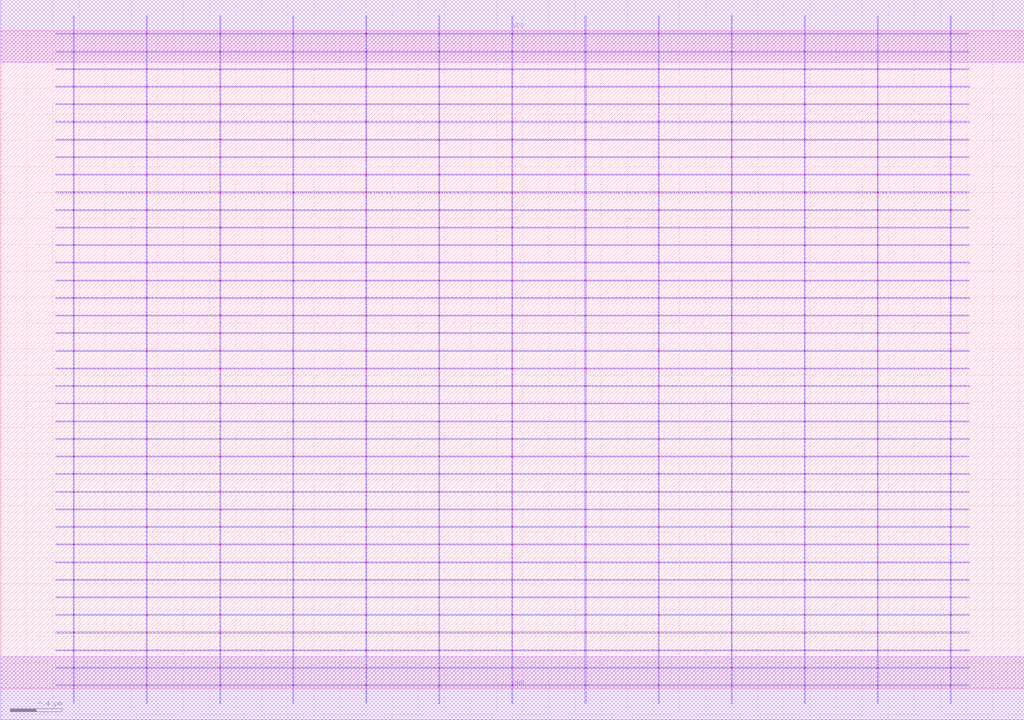
<source format=lef>
MACRO AOAOI2111
 CLASS CORE ;
 FOREIGN AOAOI2111 0 0 ;
 SIZE 7.84 BY 5.04 ;
 ORIGIN 0 0 ;
 SYMMETRY X Y R90 ;
 SITE unit ;
  PIN VDD
   DIRECTION INOUT ;
   USE POWER ;
   SHAPE ABUTMENT ;
    PORT
     CLASS CORE ;
       LAYER met1 ;
        RECT 0.00000000 4.80000000 7.84000000 5.28000000 ;
    END
  END VDD

  PIN GND
   DIRECTION INOUT ;
   USE POWER ;
   SHAPE ABUTMENT ;
    PORT
     CLASS CORE ;
       LAYER met1 ;
        RECT 0.00000000 -0.24000000 7.84000000 0.24000000 ;
    END
  END GND

 OBS
    LAYER polycont ;
     RECT 1.11600000 2.58300000 1.12400000 2.59100000 ;
     RECT 2.23600000 2.58300000 2.24400000 2.59100000 ;
     RECT 4.47600000 2.58300000 4.48400000 2.59100000 ;
     RECT 5.59600000 2.58300000 5.60400000 2.59100000 ;
     RECT 6.71600000 2.58300000 6.72400000 2.59100000 ;
     RECT 1.11600000 2.98800000 1.12400000 2.99600000 ;
     RECT 2.23600000 2.98800000 2.24400000 2.99600000 ;
     RECT 4.47600000 2.98800000 4.48400000 2.99600000 ;
     RECT 5.59600000 2.98800000 5.60400000 2.99600000 ;
     RECT 6.71600000 2.98800000 6.72400000 2.99600000 ;

    LAYER pdiffc ;
     RECT 0.55600000 3.39300000 0.56400000 3.40100000 ;
     RECT 1.67600000 3.39300000 1.68400000 3.40100000 ;
     RECT 2.79600000 3.39300000 2.80400000 3.40100000 ;
     RECT 3.91600000 3.39300000 3.92400000 3.40100000 ;
     RECT 5.03600000 3.39300000 5.04400000 3.40100000 ;
     RECT 6.15600000 3.39300000 6.16400000 3.40100000 ;
     RECT 7.27600000 3.39300000 7.28400000 3.40100000 ;
     RECT 0.55600000 3.52800000 0.56400000 3.53600000 ;
     RECT 1.67600000 3.52800000 1.68400000 3.53600000 ;
     RECT 2.79600000 3.52800000 2.80400000 3.53600000 ;
     RECT 3.91600000 3.52800000 3.92400000 3.53600000 ;
     RECT 5.03600000 3.52800000 5.04400000 3.53600000 ;
     RECT 6.15600000 3.52800000 6.16400000 3.53600000 ;
     RECT 7.27600000 3.52800000 7.28400000 3.53600000 ;
     RECT 0.55600000 3.66300000 0.56400000 3.67100000 ;
     RECT 1.67600000 3.66300000 1.68400000 3.67100000 ;
     RECT 2.79600000 3.66300000 2.80400000 3.67100000 ;
     RECT 3.91600000 3.66300000 3.92400000 3.67100000 ;
     RECT 5.03600000 3.66300000 5.04400000 3.67100000 ;
     RECT 6.15600000 3.66300000 6.16400000 3.67100000 ;
     RECT 7.27600000 3.66300000 7.28400000 3.67100000 ;
     RECT 0.55600000 3.79800000 0.56400000 3.80600000 ;
     RECT 1.67600000 3.79800000 1.68400000 3.80600000 ;
     RECT 2.79600000 3.79800000 2.80400000 3.80600000 ;
     RECT 3.91600000 3.79800000 3.92400000 3.80600000 ;
     RECT 5.03600000 3.79800000 5.04400000 3.80600000 ;
     RECT 6.15600000 3.79800000 6.16400000 3.80600000 ;
     RECT 7.27600000 3.79800000 7.28400000 3.80600000 ;
     RECT 0.55600000 3.93300000 0.56400000 3.94100000 ;
     RECT 1.67600000 3.93300000 1.68400000 3.94100000 ;
     RECT 2.79600000 3.93300000 2.80400000 3.94100000 ;
     RECT 3.91600000 3.93300000 3.92400000 3.94100000 ;
     RECT 5.03600000 3.93300000 5.04400000 3.94100000 ;
     RECT 6.15600000 3.93300000 6.16400000 3.94100000 ;
     RECT 7.27600000 3.93300000 7.28400000 3.94100000 ;
     RECT 0.55600000 4.06800000 0.56400000 4.07600000 ;
     RECT 1.67600000 4.06800000 1.68400000 4.07600000 ;
     RECT 2.79600000 4.06800000 2.80400000 4.07600000 ;
     RECT 3.91600000 4.06800000 3.92400000 4.07600000 ;
     RECT 5.03600000 4.06800000 5.04400000 4.07600000 ;
     RECT 6.15600000 4.06800000 6.16400000 4.07600000 ;
     RECT 7.27600000 4.06800000 7.28400000 4.07600000 ;
     RECT 0.55600000 4.20300000 0.56400000 4.21100000 ;
     RECT 1.67600000 4.20300000 1.68400000 4.21100000 ;
     RECT 2.79600000 4.20300000 2.80400000 4.21100000 ;
     RECT 3.91600000 4.20300000 3.92400000 4.21100000 ;
     RECT 5.03600000 4.20300000 5.04400000 4.21100000 ;
     RECT 6.15600000 4.20300000 6.16400000 4.21100000 ;
     RECT 7.27600000 4.20300000 7.28400000 4.21100000 ;
     RECT 0.55600000 4.33800000 0.56400000 4.34600000 ;
     RECT 1.67600000 4.33800000 1.68400000 4.34600000 ;
     RECT 2.79600000 4.33800000 2.80400000 4.34600000 ;
     RECT 3.91600000 4.33800000 3.92400000 4.34600000 ;
     RECT 5.03600000 4.33800000 5.04400000 4.34600000 ;
     RECT 6.15600000 4.33800000 6.16400000 4.34600000 ;
     RECT 7.27600000 4.33800000 7.28400000 4.34600000 ;
     RECT 0.55600000 4.47300000 0.56400000 4.48100000 ;
     RECT 1.67600000 4.47300000 1.68400000 4.48100000 ;
     RECT 2.79600000 4.47300000 2.80400000 4.48100000 ;
     RECT 3.91600000 4.47300000 3.92400000 4.48100000 ;
     RECT 5.03600000 4.47300000 5.04400000 4.48100000 ;
     RECT 6.15600000 4.47300000 6.16400000 4.48100000 ;
     RECT 7.27600000 4.47300000 7.28400000 4.48100000 ;
     RECT 0.55600000 4.60800000 0.56400000 4.61600000 ;
     RECT 1.67600000 4.60800000 1.68400000 4.61600000 ;
     RECT 2.79600000 4.60800000 2.80400000 4.61600000 ;
     RECT 3.91600000 4.60800000 3.92400000 4.61600000 ;
     RECT 5.03600000 4.60800000 5.04400000 4.61600000 ;
     RECT 6.15600000 4.60800000 6.16400000 4.61600000 ;
     RECT 7.27600000 4.60800000 7.28400000 4.61600000 ;

    LAYER ndiffc ;
     RECT 0.55600000 0.42300000 0.56400000 0.43100000 ;
     RECT 1.67600000 0.42300000 1.68400000 0.43100000 ;
     RECT 2.79600000 0.42300000 2.80400000 0.43100000 ;
     RECT 3.91600000 0.42300000 3.92400000 0.43100000 ;
     RECT 5.03600000 0.42300000 5.04400000 0.43100000 ;
     RECT 6.15600000 0.42300000 6.16400000 0.43100000 ;
     RECT 7.27600000 0.42300000 7.28400000 0.43100000 ;
     RECT 0.55600000 0.55800000 0.56400000 0.56600000 ;
     RECT 1.67600000 0.55800000 1.68400000 0.56600000 ;
     RECT 2.79600000 0.55800000 2.80400000 0.56600000 ;
     RECT 3.91600000 0.55800000 3.92400000 0.56600000 ;
     RECT 5.03600000 0.55800000 5.04400000 0.56600000 ;
     RECT 6.15600000 0.55800000 6.16400000 0.56600000 ;
     RECT 7.27600000 0.55800000 7.28400000 0.56600000 ;
     RECT 0.55600000 0.69300000 0.56400000 0.70100000 ;
     RECT 1.67600000 0.69300000 1.68400000 0.70100000 ;
     RECT 2.79600000 0.69300000 2.80400000 0.70100000 ;
     RECT 3.91600000 0.69300000 3.92400000 0.70100000 ;
     RECT 5.03600000 0.69300000 5.04400000 0.70100000 ;
     RECT 6.15600000 0.69300000 6.16400000 0.70100000 ;
     RECT 7.27600000 0.69300000 7.28400000 0.70100000 ;
     RECT 0.55600000 0.82800000 0.56400000 0.83600000 ;
     RECT 1.67600000 0.82800000 1.68400000 0.83600000 ;
     RECT 2.79600000 0.82800000 2.80400000 0.83600000 ;
     RECT 3.91600000 0.82800000 3.92400000 0.83600000 ;
     RECT 5.03600000 0.82800000 5.04400000 0.83600000 ;
     RECT 6.15600000 0.82800000 6.16400000 0.83600000 ;
     RECT 7.27600000 0.82800000 7.28400000 0.83600000 ;
     RECT 0.55600000 0.96300000 0.56400000 0.97100000 ;
     RECT 1.67600000 0.96300000 1.68400000 0.97100000 ;
     RECT 2.79600000 0.96300000 2.80400000 0.97100000 ;
     RECT 3.91600000 0.96300000 3.92400000 0.97100000 ;
     RECT 5.03600000 0.96300000 5.04400000 0.97100000 ;
     RECT 6.15600000 0.96300000 6.16400000 0.97100000 ;
     RECT 7.27600000 0.96300000 7.28400000 0.97100000 ;
     RECT 0.55600000 1.09800000 0.56400000 1.10600000 ;
     RECT 1.67600000 1.09800000 1.68400000 1.10600000 ;
     RECT 2.79600000 1.09800000 2.80400000 1.10600000 ;
     RECT 3.91600000 1.09800000 3.92400000 1.10600000 ;
     RECT 5.03600000 1.09800000 5.04400000 1.10600000 ;
     RECT 6.15600000 1.09800000 6.16400000 1.10600000 ;
     RECT 7.27600000 1.09800000 7.28400000 1.10600000 ;
     RECT 0.55600000 1.23300000 0.56400000 1.24100000 ;
     RECT 1.67600000 1.23300000 1.68400000 1.24100000 ;
     RECT 2.79600000 1.23300000 2.80400000 1.24100000 ;
     RECT 3.91600000 1.23300000 3.92400000 1.24100000 ;
     RECT 5.03600000 1.23300000 5.04400000 1.24100000 ;
     RECT 6.15600000 1.23300000 6.16400000 1.24100000 ;
     RECT 7.27600000 1.23300000 7.28400000 1.24100000 ;
     RECT 0.55600000 1.36800000 0.56400000 1.37600000 ;
     RECT 1.67600000 1.36800000 1.68400000 1.37600000 ;
     RECT 2.79600000 1.36800000 2.80400000 1.37600000 ;
     RECT 3.91600000 1.36800000 3.92400000 1.37600000 ;
     RECT 5.03600000 1.36800000 5.04400000 1.37600000 ;
     RECT 6.15600000 1.36800000 6.16400000 1.37600000 ;
     RECT 7.27600000 1.36800000 7.28400000 1.37600000 ;
     RECT 0.55600000 1.50300000 0.56400000 1.51100000 ;
     RECT 1.67600000 1.50300000 1.68400000 1.51100000 ;
     RECT 2.79600000 1.50300000 2.80400000 1.51100000 ;
     RECT 3.91600000 1.50300000 3.92400000 1.51100000 ;
     RECT 5.03600000 1.50300000 5.04400000 1.51100000 ;
     RECT 6.15600000 1.50300000 6.16400000 1.51100000 ;
     RECT 7.27600000 1.50300000 7.28400000 1.51100000 ;
     RECT 0.55600000 1.63800000 0.56400000 1.64600000 ;
     RECT 1.67600000 1.63800000 1.68400000 1.64600000 ;
     RECT 2.79600000 1.63800000 2.80400000 1.64600000 ;
     RECT 3.91600000 1.63800000 3.92400000 1.64600000 ;
     RECT 5.03600000 1.63800000 5.04400000 1.64600000 ;
     RECT 6.15600000 1.63800000 6.16400000 1.64600000 ;
     RECT 7.27600000 1.63800000 7.28400000 1.64600000 ;
     RECT 0.55600000 1.77300000 0.56400000 1.78100000 ;
     RECT 1.67600000 1.77300000 1.68400000 1.78100000 ;
     RECT 2.79600000 1.77300000 2.80400000 1.78100000 ;
     RECT 3.91600000 1.77300000 3.92400000 1.78100000 ;
     RECT 5.03600000 1.77300000 5.04400000 1.78100000 ;
     RECT 6.15600000 1.77300000 6.16400000 1.78100000 ;
     RECT 7.27600000 1.77300000 7.28400000 1.78100000 ;
     RECT 0.55600000 1.90800000 0.56400000 1.91600000 ;
     RECT 1.67600000 1.90800000 1.68400000 1.91600000 ;
     RECT 2.79600000 1.90800000 2.80400000 1.91600000 ;
     RECT 3.91600000 1.90800000 3.92400000 1.91600000 ;
     RECT 5.03600000 1.90800000 5.04400000 1.91600000 ;
     RECT 6.15600000 1.90800000 6.16400000 1.91600000 ;
     RECT 7.27600000 1.90800000 7.28400000 1.91600000 ;
     RECT 0.55600000 2.04300000 0.56400000 2.05100000 ;
     RECT 1.67600000 2.04300000 1.68400000 2.05100000 ;
     RECT 2.79600000 2.04300000 2.80400000 2.05100000 ;
     RECT 3.91600000 2.04300000 3.92400000 2.05100000 ;
     RECT 5.03600000 2.04300000 5.04400000 2.05100000 ;
     RECT 6.15600000 2.04300000 6.16400000 2.05100000 ;
     RECT 7.27600000 2.04300000 7.28400000 2.05100000 ;

    LAYER met1 ;
     RECT 0.00000000 -0.24000000 7.84000000 0.24000000 ;
     RECT 3.91600000 0.24000000 3.92400000 0.28800000 ;
     RECT 0.44500000 0.28800000 7.39500000 0.29600000 ;
     RECT 3.91600000 0.29600000 3.92400000 0.42300000 ;
     RECT 0.44500000 0.42300000 7.39500000 0.43100000 ;
     RECT 3.91600000 0.43100000 3.92400000 0.55800000 ;
     RECT 0.44500000 0.55800000 7.39500000 0.56600000 ;
     RECT 3.91600000 0.56600000 3.92400000 0.69300000 ;
     RECT 0.44500000 0.69300000 7.39500000 0.70100000 ;
     RECT 3.91600000 0.70100000 3.92400000 0.82800000 ;
     RECT 0.44500000 0.82800000 7.39500000 0.83600000 ;
     RECT 3.91600000 0.83600000 3.92400000 0.96300000 ;
     RECT 0.44500000 0.96300000 7.39500000 0.97100000 ;
     RECT 3.91600000 0.97100000 3.92400000 1.09800000 ;
     RECT 0.44500000 1.09800000 7.39500000 1.10600000 ;
     RECT 3.91600000 1.10600000 3.92400000 1.23300000 ;
     RECT 0.44500000 1.23300000 7.39500000 1.24100000 ;
     RECT 3.91600000 1.24100000 3.92400000 1.36800000 ;
     RECT 0.44500000 1.36800000 7.39500000 1.37600000 ;
     RECT 3.91600000 1.37600000 3.92400000 1.50300000 ;
     RECT 0.44500000 1.50300000 7.39500000 1.51100000 ;
     RECT 3.91600000 1.51100000 3.92400000 1.63800000 ;
     RECT 0.44500000 1.63800000 7.39500000 1.64600000 ;
     RECT 3.91600000 1.64600000 3.92400000 1.77300000 ;
     RECT 0.44500000 1.77300000 7.39500000 1.78100000 ;
     RECT 3.91600000 1.78100000 3.92400000 1.90800000 ;
     RECT 0.44500000 1.90800000 7.39500000 1.91600000 ;
     RECT 3.91600000 1.91600000 3.92400000 2.04300000 ;
     RECT 0.44500000 2.04300000 7.39500000 2.05100000 ;
     RECT 3.91600000 2.05100000 3.92400000 2.17800000 ;
     RECT 0.44500000 2.17800000 7.39500000 2.18600000 ;
     RECT 3.91600000 2.18600000 3.92400000 2.31300000 ;
     RECT 0.44500000 2.31300000 7.39500000 2.32100000 ;
     RECT 3.91600000 2.32100000 3.92400000 2.44800000 ;
     RECT 0.44500000 2.44800000 7.39500000 2.45600000 ;
     RECT 0.55600000 2.45600000 0.56400000 2.58300000 ;
     RECT 1.11600000 2.45600000 1.12400000 2.58300000 ;
     RECT 1.67600000 2.45600000 1.68400000 2.58300000 ;
     RECT 2.23600000 2.45600000 2.24400000 2.58300000 ;
     RECT 2.79600000 2.45600000 2.80400000 2.58300000 ;
     RECT 3.35600000 2.45600000 3.36400000 2.58300000 ;
     RECT 3.91600000 2.45600000 3.92400000 2.58300000 ;
     RECT 4.47600000 2.45600000 4.48400000 2.58300000 ;
     RECT 5.03600000 2.45600000 5.04400000 2.58300000 ;
     RECT 5.59600000 2.45600000 5.60400000 2.58300000 ;
     RECT 6.15600000 2.45600000 6.16400000 2.58300000 ;
     RECT 6.71600000 2.45600000 6.72400000 2.58300000 ;
     RECT 7.27600000 2.45600000 7.28400000 2.58300000 ;
     RECT 0.44500000 2.58300000 7.39500000 2.59100000 ;
     RECT 3.91600000 2.59100000 3.92400000 2.71800000 ;
     RECT 0.44500000 2.71800000 7.39500000 2.72600000 ;
     RECT 3.91600000 2.72600000 3.92400000 2.85300000 ;
     RECT 0.44500000 2.85300000 7.39500000 2.86100000 ;
     RECT 3.91600000 2.86100000 3.92400000 2.98800000 ;
     RECT 0.44500000 2.98800000 7.39500000 2.99600000 ;
     RECT 3.91600000 2.99600000 3.92400000 3.12300000 ;
     RECT 0.44500000 3.12300000 7.39500000 3.13100000 ;
     RECT 3.91600000 3.13100000 3.92400000 3.25800000 ;
     RECT 0.44500000 3.25800000 7.39500000 3.26600000 ;
     RECT 3.91600000 3.26600000 3.92400000 3.39300000 ;
     RECT 0.44500000 3.39300000 7.39500000 3.40100000 ;
     RECT 3.91600000 3.40100000 3.92400000 3.52800000 ;
     RECT 0.44500000 3.52800000 7.39500000 3.53600000 ;
     RECT 3.91600000 3.53600000 3.92400000 3.66300000 ;
     RECT 0.44500000 3.66300000 7.39500000 3.67100000 ;
     RECT 3.91600000 3.67100000 3.92400000 3.79800000 ;
     RECT 0.44500000 3.79800000 7.39500000 3.80600000 ;
     RECT 3.91600000 3.80600000 3.92400000 3.93300000 ;
     RECT 0.44500000 3.93300000 7.39500000 3.94100000 ;
     RECT 3.91600000 3.94100000 3.92400000 4.06800000 ;
     RECT 0.44500000 4.06800000 7.39500000 4.07600000 ;
     RECT 3.91600000 4.07600000 3.92400000 4.20300000 ;
     RECT 0.44500000 4.20300000 7.39500000 4.21100000 ;
     RECT 3.91600000 4.21100000 3.92400000 4.33800000 ;
     RECT 0.44500000 4.33800000 7.39500000 4.34600000 ;
     RECT 3.91600000 4.34600000 3.92400000 4.47300000 ;
     RECT 0.44500000 4.47300000 7.39500000 4.48100000 ;
     RECT 3.91600000 4.48100000 3.92400000 4.60800000 ;
     RECT 0.44500000 4.60800000 7.39500000 4.61600000 ;
     RECT 3.91600000 4.61600000 3.92400000 4.74300000 ;
     RECT 0.44500000 4.74300000 7.39500000 4.75100000 ;
     RECT 3.91600000 4.75100000 3.92400000 4.80000000 ;
     RECT 0.00000000 4.80000000 7.84000000 5.28000000 ;
     RECT 4.47600000 3.80600000 4.48400000 3.93300000 ;
     RECT 5.03600000 3.80600000 5.04400000 3.93300000 ;
     RECT 5.59600000 3.80600000 5.60400000 3.93300000 ;
     RECT 6.15600000 3.80600000 6.16400000 3.93300000 ;
     RECT 6.71600000 3.80600000 6.72400000 3.93300000 ;
     RECT 7.27600000 3.80600000 7.28400000 3.93300000 ;
     RECT 6.15600000 3.94100000 6.16400000 4.06800000 ;
     RECT 6.71600000 3.94100000 6.72400000 4.06800000 ;
     RECT 7.27600000 3.94100000 7.28400000 4.06800000 ;
     RECT 6.15600000 4.07600000 6.16400000 4.20300000 ;
     RECT 6.71600000 4.07600000 6.72400000 4.20300000 ;
     RECT 7.27600000 4.07600000 7.28400000 4.20300000 ;
     RECT 6.15600000 4.21100000 6.16400000 4.33800000 ;
     RECT 6.71600000 4.21100000 6.72400000 4.33800000 ;
     RECT 7.27600000 4.21100000 7.28400000 4.33800000 ;
     RECT 6.15600000 4.34600000 6.16400000 4.47300000 ;
     RECT 6.71600000 4.34600000 6.72400000 4.47300000 ;
     RECT 7.27600000 4.34600000 7.28400000 4.47300000 ;
     RECT 6.15600000 4.48100000 6.16400000 4.60800000 ;
     RECT 6.71600000 4.48100000 6.72400000 4.60800000 ;
     RECT 7.27600000 4.48100000 7.28400000 4.60800000 ;
     RECT 6.15600000 4.61600000 6.16400000 4.74300000 ;
     RECT 6.71600000 4.61600000 6.72400000 4.74300000 ;
     RECT 7.27600000 4.61600000 7.28400000 4.74300000 ;
     RECT 6.15600000 4.75100000 6.16400000 4.80000000 ;
     RECT 6.71600000 4.75100000 6.72400000 4.80000000 ;
     RECT 7.27600000 4.75100000 7.28400000 4.80000000 ;
     RECT 4.47600000 3.94100000 4.48400000 4.06800000 ;
     RECT 5.03600000 3.94100000 5.04400000 4.06800000 ;
     RECT 5.59600000 3.94100000 5.60400000 4.06800000 ;
     RECT 4.47600000 4.48100000 4.48400000 4.60800000 ;
     RECT 5.03600000 4.48100000 5.04400000 4.60800000 ;
     RECT 5.59600000 4.48100000 5.60400000 4.60800000 ;
     RECT 4.47600000 4.21100000 4.48400000 4.33800000 ;
     RECT 5.03600000 4.21100000 5.04400000 4.33800000 ;
     RECT 5.59600000 4.21100000 5.60400000 4.33800000 ;
     RECT 4.47600000 4.61600000 4.48400000 4.74300000 ;
     RECT 5.03600000 4.61600000 5.04400000 4.74300000 ;
     RECT 5.59600000 4.61600000 5.60400000 4.74300000 ;
     RECT 4.47600000 4.07600000 4.48400000 4.20300000 ;
     RECT 5.03600000 4.07600000 5.04400000 4.20300000 ;
     RECT 5.59600000 4.07600000 5.60400000 4.20300000 ;
     RECT 4.47600000 4.75100000 4.48400000 4.80000000 ;
     RECT 5.03600000 4.75100000 5.04400000 4.80000000 ;
     RECT 5.59600000 4.75100000 5.60400000 4.80000000 ;
     RECT 4.47600000 4.34600000 4.48400000 4.47300000 ;
     RECT 5.03600000 4.34600000 5.04400000 4.47300000 ;
     RECT 5.59600000 4.34600000 5.60400000 4.47300000 ;
     RECT 5.03600000 3.26600000 5.04400000 3.39300000 ;
     RECT 5.59600000 2.86100000 5.60400000 2.98800000 ;
     RECT 5.59600000 3.26600000 5.60400000 3.39300000 ;
     RECT 5.59600000 2.72600000 5.60400000 2.85300000 ;
     RECT 4.47600000 3.40100000 4.48400000 3.52800000 ;
     RECT 5.59600000 2.99600000 5.60400000 3.12300000 ;
     RECT 5.03600000 3.40100000 5.04400000 3.52800000 ;
     RECT 5.59600000 3.40100000 5.60400000 3.52800000 ;
     RECT 4.47600000 3.53600000 4.48400000 3.66300000 ;
     RECT 5.03600000 3.53600000 5.04400000 3.66300000 ;
     RECT 5.59600000 3.53600000 5.60400000 3.66300000 ;
     RECT 5.59600000 2.59100000 5.60400000 2.71800000 ;
     RECT 4.47600000 3.67100000 4.48400000 3.79800000 ;
     RECT 5.03600000 3.67100000 5.04400000 3.79800000 ;
     RECT 5.59600000 3.67100000 5.60400000 3.79800000 ;
     RECT 4.47600000 2.86100000 4.48400000 2.98800000 ;
     RECT 5.03600000 2.86100000 5.04400000 2.98800000 ;
     RECT 5.03600000 3.13100000 5.04400000 3.25800000 ;
     RECT 4.47600000 2.59100000 4.48400000 2.71800000 ;
     RECT 5.03600000 2.59100000 5.04400000 2.71800000 ;
     RECT 5.59600000 3.13100000 5.60400000 3.25800000 ;
     RECT 4.47600000 2.72600000 4.48400000 2.85300000 ;
     RECT 5.03600000 2.72600000 5.04400000 2.85300000 ;
     RECT 4.47600000 2.99600000 4.48400000 3.12300000 ;
     RECT 5.03600000 2.99600000 5.04400000 3.12300000 ;
     RECT 4.47600000 3.26600000 4.48400000 3.39300000 ;
     RECT 4.47600000 3.13100000 4.48400000 3.25800000 ;
     RECT 6.15600000 3.13100000 6.16400000 3.25800000 ;
     RECT 6.71600000 3.13100000 6.72400000 3.25800000 ;
     RECT 6.71600000 2.86100000 6.72400000 2.98800000 ;
     RECT 6.15600000 2.99600000 6.16400000 3.12300000 ;
     RECT 7.27600000 2.86100000 7.28400000 2.98800000 ;
     RECT 6.15600000 3.26600000 6.16400000 3.39300000 ;
     RECT 6.15600000 3.67100000 6.16400000 3.79800000 ;
     RECT 6.71600000 3.67100000 6.72400000 3.79800000 ;
     RECT 7.27600000 3.67100000 7.28400000 3.79800000 ;
     RECT 6.15600000 3.40100000 6.16400000 3.52800000 ;
     RECT 6.71600000 2.99600000 6.72400000 3.12300000 ;
     RECT 7.27600000 2.99600000 7.28400000 3.12300000 ;
     RECT 6.71600000 3.40100000 6.72400000 3.52800000 ;
     RECT 6.71600000 2.59100000 6.72400000 2.71800000 ;
     RECT 7.27600000 2.59100000 7.28400000 2.71800000 ;
     RECT 7.27600000 3.40100000 7.28400000 3.52800000 ;
     RECT 6.71600000 2.72600000 6.72400000 2.85300000 ;
     RECT 7.27600000 2.72600000 7.28400000 2.85300000 ;
     RECT 6.71600000 3.26600000 6.72400000 3.39300000 ;
     RECT 7.27600000 3.26600000 7.28400000 3.39300000 ;
     RECT 7.27600000 3.13100000 7.28400000 3.25800000 ;
     RECT 6.15600000 3.53600000 6.16400000 3.66300000 ;
     RECT 6.15600000 2.86100000 6.16400000 2.98800000 ;
     RECT 6.71600000 3.53600000 6.72400000 3.66300000 ;
     RECT 7.27600000 3.53600000 7.28400000 3.66300000 ;
     RECT 6.15600000 2.72600000 6.16400000 2.85300000 ;
     RECT 6.15600000 2.59100000 6.16400000 2.71800000 ;
     RECT 0.55600000 3.80600000 0.56400000 3.93300000 ;
     RECT 1.11600000 3.80600000 1.12400000 3.93300000 ;
     RECT 1.67600000 3.80600000 1.68400000 3.93300000 ;
     RECT 2.23600000 3.80600000 2.24400000 3.93300000 ;
     RECT 2.79600000 3.80600000 2.80400000 3.93300000 ;
     RECT 3.35600000 3.80600000 3.36400000 3.93300000 ;
     RECT 2.23600000 4.21100000 2.24400000 4.33800000 ;
     RECT 2.79600000 4.21100000 2.80400000 4.33800000 ;
     RECT 3.35600000 4.21100000 3.36400000 4.33800000 ;
     RECT 2.23600000 4.34600000 2.24400000 4.47300000 ;
     RECT 2.79600000 4.34600000 2.80400000 4.47300000 ;
     RECT 3.35600000 4.34600000 3.36400000 4.47300000 ;
     RECT 2.23600000 4.48100000 2.24400000 4.60800000 ;
     RECT 2.79600000 4.48100000 2.80400000 4.60800000 ;
     RECT 3.35600000 4.48100000 3.36400000 4.60800000 ;
     RECT 2.23600000 4.61600000 2.24400000 4.74300000 ;
     RECT 2.79600000 4.61600000 2.80400000 4.74300000 ;
     RECT 3.35600000 4.61600000 3.36400000 4.74300000 ;
     RECT 2.23600000 3.94100000 2.24400000 4.06800000 ;
     RECT 2.79600000 3.94100000 2.80400000 4.06800000 ;
     RECT 2.23600000 4.75100000 2.24400000 4.80000000 ;
     RECT 2.79600000 4.75100000 2.80400000 4.80000000 ;
     RECT 3.35600000 4.75100000 3.36400000 4.80000000 ;
     RECT 3.35600000 3.94100000 3.36400000 4.06800000 ;
     RECT 2.23600000 4.07600000 2.24400000 4.20300000 ;
     RECT 2.79600000 4.07600000 2.80400000 4.20300000 ;
     RECT 3.35600000 4.07600000 3.36400000 4.20300000 ;
     RECT 0.55600000 4.21100000 0.56400000 4.33800000 ;
     RECT 1.11600000 4.21100000 1.12400000 4.33800000 ;
     RECT 1.67600000 4.21100000 1.68400000 4.33800000 ;
     RECT 0.55600000 4.61600000 0.56400000 4.74300000 ;
     RECT 1.11600000 4.61600000 1.12400000 4.74300000 ;
     RECT 1.67600000 4.61600000 1.68400000 4.74300000 ;
     RECT 0.55600000 4.07600000 0.56400000 4.20300000 ;
     RECT 1.11600000 4.07600000 1.12400000 4.20300000 ;
     RECT 1.67600000 4.07600000 1.68400000 4.20300000 ;
     RECT 0.55600000 4.34600000 0.56400000 4.47300000 ;
     RECT 1.11600000 4.34600000 1.12400000 4.47300000 ;
     RECT 0.55600000 4.75100000 0.56400000 4.80000000 ;
     RECT 1.11600000 4.75100000 1.12400000 4.80000000 ;
     RECT 1.67600000 4.75100000 1.68400000 4.80000000 ;
     RECT 1.67600000 4.34600000 1.68400000 4.47300000 ;
     RECT 0.55600000 3.94100000 0.56400000 4.06800000 ;
     RECT 1.11600000 3.94100000 1.12400000 4.06800000 ;
     RECT 1.67600000 3.94100000 1.68400000 4.06800000 ;
     RECT 0.55600000 4.48100000 0.56400000 4.60800000 ;
     RECT 1.11600000 4.48100000 1.12400000 4.60800000 ;
     RECT 1.67600000 4.48100000 1.68400000 4.60800000 ;
     RECT 1.67600000 3.40100000 1.68400000 3.52800000 ;
     RECT 0.55600000 3.67100000 0.56400000 3.79800000 ;
     RECT 1.11600000 3.67100000 1.12400000 3.79800000 ;
     RECT 1.67600000 3.67100000 1.68400000 3.79800000 ;
     RECT 1.67600000 2.72600000 1.68400000 2.85300000 ;
     RECT 1.67600000 2.86100000 1.68400000 2.98800000 ;
     RECT 0.55600000 3.53600000 0.56400000 3.66300000 ;
     RECT 1.11600000 3.53600000 1.12400000 3.66300000 ;
     RECT 1.67600000 3.53600000 1.68400000 3.66300000 ;
     RECT 0.55600000 2.59100000 0.56400000 2.71800000 ;
     RECT 1.11600000 2.59100000 1.12400000 2.71800000 ;
     RECT 1.67600000 2.59100000 1.68400000 2.71800000 ;
     RECT 0.55600000 3.26600000 0.56400000 3.39300000 ;
     RECT 1.11600000 3.26600000 1.12400000 3.39300000 ;
     RECT 0.55600000 2.72600000 0.56400000 2.85300000 ;
     RECT 1.11600000 2.72600000 1.12400000 2.85300000 ;
     RECT 0.55600000 2.86100000 0.56400000 2.98800000 ;
     RECT 1.11600000 2.86100000 1.12400000 2.98800000 ;
     RECT 0.55600000 3.13100000 0.56400000 3.25800000 ;
     RECT 1.11600000 3.13100000 1.12400000 3.25800000 ;
     RECT 1.67600000 3.13100000 1.68400000 3.25800000 ;
     RECT 0.55600000 2.99600000 0.56400000 3.12300000 ;
     RECT 1.11600000 2.99600000 1.12400000 3.12300000 ;
     RECT 1.67600000 2.99600000 1.68400000 3.12300000 ;
     RECT 0.55600000 3.40100000 0.56400000 3.52800000 ;
     RECT 1.11600000 3.40100000 1.12400000 3.52800000 ;
     RECT 1.67600000 3.26600000 1.68400000 3.39300000 ;
     RECT 3.35600000 3.40100000 3.36400000 3.52800000 ;
     RECT 2.23600000 3.13100000 2.24400000 3.25800000 ;
     RECT 2.79600000 3.13100000 2.80400000 3.25800000 ;
     RECT 3.35600000 3.13100000 3.36400000 3.25800000 ;
     RECT 2.79600000 2.86100000 2.80400000 2.98800000 ;
     RECT 2.79600000 2.72600000 2.80400000 2.85300000 ;
     RECT 3.35600000 2.72600000 3.36400000 2.85300000 ;
     RECT 3.35600000 2.86100000 3.36400000 2.98800000 ;
     RECT 2.23600000 2.59100000 2.24400000 2.71800000 ;
     RECT 2.23600000 3.53600000 2.24400000 3.66300000 ;
     RECT 2.79600000 3.53600000 2.80400000 3.66300000 ;
     RECT 3.35600000 3.53600000 3.36400000 3.66300000 ;
     RECT 2.79600000 2.99600000 2.80400000 3.12300000 ;
     RECT 3.35600000 2.99600000 3.36400000 3.12300000 ;
     RECT 3.35600000 2.59100000 3.36400000 2.71800000 ;
     RECT 2.79600000 2.59100000 2.80400000 2.71800000 ;
     RECT 2.23600000 2.99600000 2.24400000 3.12300000 ;
     RECT 2.23600000 2.86100000 2.24400000 2.98800000 ;
     RECT 2.23600000 3.67100000 2.24400000 3.79800000 ;
     RECT 2.79600000 3.67100000 2.80400000 3.79800000 ;
     RECT 3.35600000 3.67100000 3.36400000 3.79800000 ;
     RECT 2.23600000 3.40100000 2.24400000 3.52800000 ;
     RECT 2.23600000 2.72600000 2.24400000 2.85300000 ;
     RECT 2.79600000 3.40100000 2.80400000 3.52800000 ;
     RECT 2.23600000 3.26600000 2.24400000 3.39300000 ;
     RECT 2.79600000 3.26600000 2.80400000 3.39300000 ;
     RECT 3.35600000 3.26600000 3.36400000 3.39300000 ;
     RECT 0.55600000 1.10600000 0.56400000 1.23300000 ;
     RECT 1.11600000 1.10600000 1.12400000 1.23300000 ;
     RECT 1.67600000 1.10600000 1.68400000 1.23300000 ;
     RECT 2.23600000 1.10600000 2.24400000 1.23300000 ;
     RECT 2.79600000 1.10600000 2.80400000 1.23300000 ;
     RECT 3.35600000 1.10600000 3.36400000 1.23300000 ;
     RECT 2.23600000 1.78100000 2.24400000 1.90800000 ;
     RECT 2.79600000 1.78100000 2.80400000 1.90800000 ;
     RECT 3.35600000 1.78100000 3.36400000 1.90800000 ;
     RECT 2.23600000 1.91600000 2.24400000 2.04300000 ;
     RECT 2.79600000 1.91600000 2.80400000 2.04300000 ;
     RECT 3.35600000 1.91600000 3.36400000 2.04300000 ;
     RECT 2.23600000 2.05100000 2.24400000 2.17800000 ;
     RECT 2.79600000 2.05100000 2.80400000 2.17800000 ;
     RECT 3.35600000 2.05100000 3.36400000 2.17800000 ;
     RECT 2.23600000 2.18600000 2.24400000 2.31300000 ;
     RECT 2.79600000 2.18600000 2.80400000 2.31300000 ;
     RECT 3.35600000 2.18600000 3.36400000 2.31300000 ;
     RECT 2.23600000 2.32100000 2.24400000 2.44800000 ;
     RECT 2.79600000 2.32100000 2.80400000 2.44800000 ;
     RECT 3.35600000 2.32100000 3.36400000 2.44800000 ;
     RECT 2.23600000 1.51100000 2.24400000 1.63800000 ;
     RECT 2.79600000 1.51100000 2.80400000 1.63800000 ;
     RECT 3.35600000 1.51100000 3.36400000 1.63800000 ;
     RECT 2.23600000 1.64600000 2.24400000 1.77300000 ;
     RECT 2.79600000 1.64600000 2.80400000 1.77300000 ;
     RECT 3.35600000 1.64600000 3.36400000 1.77300000 ;
     RECT 2.23600000 1.24100000 2.24400000 1.36800000 ;
     RECT 2.79600000 1.24100000 2.80400000 1.36800000 ;
     RECT 3.35600000 1.24100000 3.36400000 1.36800000 ;
     RECT 2.23600000 1.37600000 2.24400000 1.50300000 ;
     RECT 2.79600000 1.37600000 2.80400000 1.50300000 ;
     RECT 3.35600000 1.37600000 3.36400000 1.50300000 ;
     RECT 1.11600000 1.91600000 1.12400000 2.04300000 ;
     RECT 0.55600000 2.32100000 0.56400000 2.44800000 ;
     RECT 1.11600000 2.32100000 1.12400000 2.44800000 ;
     RECT 1.67600000 2.32100000 1.68400000 2.44800000 ;
     RECT 1.67600000 1.91600000 1.68400000 2.04300000 ;
     RECT 1.11600000 1.64600000 1.12400000 1.77300000 ;
     RECT 0.55600000 1.78100000 0.56400000 1.90800000 ;
     RECT 1.11600000 1.78100000 1.12400000 1.90800000 ;
     RECT 0.55600000 2.05100000 0.56400000 2.17800000 ;
     RECT 1.11600000 2.05100000 1.12400000 2.17800000 ;
     RECT 1.67600000 2.05100000 1.68400000 2.17800000 ;
     RECT 1.67600000 1.78100000 1.68400000 1.90800000 ;
     RECT 1.67600000 1.64600000 1.68400000 1.77300000 ;
     RECT 0.55600000 1.24100000 0.56400000 1.36800000 ;
     RECT 1.11600000 1.24100000 1.12400000 1.36800000 ;
     RECT 1.67600000 1.24100000 1.68400000 1.36800000 ;
     RECT 1.67600000 1.51100000 1.68400000 1.63800000 ;
     RECT 0.55600000 2.18600000 0.56400000 2.31300000 ;
     RECT 1.11600000 2.18600000 1.12400000 2.31300000 ;
     RECT 0.55600000 1.37600000 0.56400000 1.50300000 ;
     RECT 1.11600000 1.37600000 1.12400000 1.50300000 ;
     RECT 1.67600000 1.37600000 1.68400000 1.50300000 ;
     RECT 1.67600000 2.18600000 1.68400000 2.31300000 ;
     RECT 0.55600000 1.64600000 0.56400000 1.77300000 ;
     RECT 0.55600000 1.91600000 0.56400000 2.04300000 ;
     RECT 0.55600000 1.51100000 0.56400000 1.63800000 ;
     RECT 1.11600000 1.51100000 1.12400000 1.63800000 ;
     RECT 1.11600000 0.24000000 1.12400000 0.28800000 ;
     RECT 0.55600000 0.56600000 0.56400000 0.69300000 ;
     RECT 0.55600000 0.70100000 0.56400000 0.82800000 ;
     RECT 1.67600000 0.24000000 1.68400000 0.28800000 ;
     RECT 1.11600000 0.70100000 1.12400000 0.82800000 ;
     RECT 1.67600000 0.70100000 1.68400000 0.82800000 ;
     RECT 0.55600000 0.29600000 0.56400000 0.42300000 ;
     RECT 1.11600000 0.29600000 1.12400000 0.42300000 ;
     RECT 0.55600000 0.83600000 0.56400000 0.96300000 ;
     RECT 1.11600000 0.83600000 1.12400000 0.96300000 ;
     RECT 0.55600000 0.43100000 0.56400000 0.55800000 ;
     RECT 1.11600000 0.43100000 1.12400000 0.55800000 ;
     RECT 1.67600000 0.83600000 1.68400000 0.96300000 ;
     RECT 1.67600000 0.29600000 1.68400000 0.42300000 ;
     RECT 0.55600000 0.97100000 0.56400000 1.09800000 ;
     RECT 1.11600000 0.97100000 1.12400000 1.09800000 ;
     RECT 1.67600000 0.97100000 1.68400000 1.09800000 ;
     RECT 1.11600000 0.56600000 1.12400000 0.69300000 ;
     RECT 1.67600000 0.43100000 1.68400000 0.55800000 ;
     RECT 1.67600000 0.56600000 1.68400000 0.69300000 ;
     RECT 0.55600000 0.24000000 0.56400000 0.28800000 ;
     RECT 2.79600000 0.43100000 2.80400000 0.55800000 ;
     RECT 2.23600000 0.83600000 2.24400000 0.96300000 ;
     RECT 2.23600000 0.24000000 2.24400000 0.28800000 ;
     RECT 2.79600000 0.83600000 2.80400000 0.96300000 ;
     RECT 3.35600000 0.83600000 3.36400000 0.96300000 ;
     RECT 3.35600000 0.43100000 3.36400000 0.55800000 ;
     RECT 2.23600000 0.29600000 2.24400000 0.42300000 ;
     RECT 2.79600000 0.24000000 2.80400000 0.28800000 ;
     RECT 2.23600000 0.70100000 2.24400000 0.82800000 ;
     RECT 2.79600000 0.70100000 2.80400000 0.82800000 ;
     RECT 2.23600000 0.97100000 2.24400000 1.09800000 ;
     RECT 2.79600000 0.97100000 2.80400000 1.09800000 ;
     RECT 3.35600000 0.97100000 3.36400000 1.09800000 ;
     RECT 2.79600000 0.29600000 2.80400000 0.42300000 ;
     RECT 3.35600000 0.29600000 3.36400000 0.42300000 ;
     RECT 3.35600000 0.70100000 3.36400000 0.82800000 ;
     RECT 2.23600000 0.56600000 2.24400000 0.69300000 ;
     RECT 3.35600000 0.24000000 3.36400000 0.28800000 ;
     RECT 2.23600000 0.43100000 2.24400000 0.55800000 ;
     RECT 2.79600000 0.56600000 2.80400000 0.69300000 ;
     RECT 3.35600000 0.56600000 3.36400000 0.69300000 ;
     RECT 5.03600000 1.10600000 5.04400000 1.23300000 ;
     RECT 5.59600000 1.10600000 5.60400000 1.23300000 ;
     RECT 6.15600000 1.10600000 6.16400000 1.23300000 ;
     RECT 6.71600000 1.10600000 6.72400000 1.23300000 ;
     RECT 7.27600000 1.10600000 7.28400000 1.23300000 ;
     RECT 4.47600000 1.10600000 4.48400000 1.23300000 ;
     RECT 6.71600000 1.91600000 6.72400000 2.04300000 ;
     RECT 7.27600000 1.91600000 7.28400000 2.04300000 ;
     RECT 6.15600000 2.05100000 6.16400000 2.17800000 ;
     RECT 6.71600000 2.05100000 6.72400000 2.17800000 ;
     RECT 7.27600000 2.05100000 7.28400000 2.17800000 ;
     RECT 6.15600000 1.24100000 6.16400000 1.36800000 ;
     RECT 6.71600000 1.24100000 6.72400000 1.36800000 ;
     RECT 7.27600000 1.24100000 7.28400000 1.36800000 ;
     RECT 6.15600000 2.18600000 6.16400000 2.31300000 ;
     RECT 6.71600000 2.18600000 6.72400000 2.31300000 ;
     RECT 7.27600000 2.18600000 7.28400000 2.31300000 ;
     RECT 6.15600000 2.32100000 6.16400000 2.44800000 ;
     RECT 6.71600000 2.32100000 6.72400000 2.44800000 ;
     RECT 7.27600000 2.32100000 7.28400000 2.44800000 ;
     RECT 6.15600000 1.37600000 6.16400000 1.50300000 ;
     RECT 6.71600000 1.37600000 6.72400000 1.50300000 ;
     RECT 7.27600000 1.37600000 7.28400000 1.50300000 ;
     RECT 6.15600000 1.51100000 6.16400000 1.63800000 ;
     RECT 6.71600000 1.51100000 6.72400000 1.63800000 ;
     RECT 7.27600000 1.51100000 7.28400000 1.63800000 ;
     RECT 6.15600000 1.64600000 6.16400000 1.77300000 ;
     RECT 6.71600000 1.64600000 6.72400000 1.77300000 ;
     RECT 7.27600000 1.64600000 7.28400000 1.77300000 ;
     RECT 6.15600000 1.78100000 6.16400000 1.90800000 ;
     RECT 6.71600000 1.78100000 6.72400000 1.90800000 ;
     RECT 7.27600000 1.78100000 7.28400000 1.90800000 ;
     RECT 6.15600000 1.91600000 6.16400000 2.04300000 ;
     RECT 5.59600000 2.32100000 5.60400000 2.44800000 ;
     RECT 4.47600000 1.24100000 4.48400000 1.36800000 ;
     RECT 5.03600000 1.24100000 5.04400000 1.36800000 ;
     RECT 5.59600000 1.24100000 5.60400000 1.36800000 ;
     RECT 5.59600000 1.37600000 5.60400000 1.50300000 ;
     RECT 4.47600000 2.05100000 4.48400000 2.17800000 ;
     RECT 5.03600000 2.05100000 5.04400000 2.17800000 ;
     RECT 5.59600000 2.05100000 5.60400000 2.17800000 ;
     RECT 4.47600000 1.51100000 4.48400000 1.63800000 ;
     RECT 5.03600000 1.51100000 5.04400000 1.63800000 ;
     RECT 5.59600000 1.51100000 5.60400000 1.63800000 ;
     RECT 4.47600000 2.18600000 4.48400000 2.31300000 ;
     RECT 5.03600000 2.18600000 5.04400000 2.31300000 ;
     RECT 5.59600000 2.18600000 5.60400000 2.31300000 ;
     RECT 4.47600000 1.64600000 4.48400000 1.77300000 ;
     RECT 5.03600000 1.64600000 5.04400000 1.77300000 ;
     RECT 5.59600000 1.64600000 5.60400000 1.77300000 ;
     RECT 4.47600000 1.91600000 4.48400000 2.04300000 ;
     RECT 5.03600000 1.91600000 5.04400000 2.04300000 ;
     RECT 5.59600000 1.91600000 5.60400000 2.04300000 ;
     RECT 4.47600000 1.78100000 4.48400000 1.90800000 ;
     RECT 5.03600000 1.78100000 5.04400000 1.90800000 ;
     RECT 5.59600000 1.78100000 5.60400000 1.90800000 ;
     RECT 4.47600000 1.37600000 4.48400000 1.50300000 ;
     RECT 5.03600000 1.37600000 5.04400000 1.50300000 ;
     RECT 4.47600000 2.32100000 4.48400000 2.44800000 ;
     RECT 5.03600000 2.32100000 5.04400000 2.44800000 ;
     RECT 5.59600000 0.97100000 5.60400000 1.09800000 ;
     RECT 5.59600000 0.24000000 5.60400000 0.28800000 ;
     RECT 5.59600000 0.83600000 5.60400000 0.96300000 ;
     RECT 4.47600000 0.56600000 4.48400000 0.69300000 ;
     RECT 5.03600000 0.56600000 5.04400000 0.69300000 ;
     RECT 4.47600000 0.83600000 4.48400000 0.96300000 ;
     RECT 5.03600000 0.83600000 5.04400000 0.96300000 ;
     RECT 4.47600000 0.24000000 4.48400000 0.28800000 ;
     RECT 5.03600000 0.24000000 5.04400000 0.28800000 ;
     RECT 4.47600000 0.29600000 4.48400000 0.42300000 ;
     RECT 5.03600000 0.29600000 5.04400000 0.42300000 ;
     RECT 4.47600000 0.43100000 4.48400000 0.55800000 ;
     RECT 5.03600000 0.43100000 5.04400000 0.55800000 ;
     RECT 5.59600000 0.70100000 5.60400000 0.82800000 ;
     RECT 5.59600000 0.29600000 5.60400000 0.42300000 ;
     RECT 4.47600000 0.70100000 4.48400000 0.82800000 ;
     RECT 5.03600000 0.70100000 5.04400000 0.82800000 ;
     RECT 5.59600000 0.56600000 5.60400000 0.69300000 ;
     RECT 4.47600000 0.97100000 4.48400000 1.09800000 ;
     RECT 5.59600000 0.43100000 5.60400000 0.55800000 ;
     RECT 5.03600000 0.97100000 5.04400000 1.09800000 ;
     RECT 7.27600000 0.29600000 7.28400000 0.42300000 ;
     RECT 6.71600000 0.43100000 6.72400000 0.55800000 ;
     RECT 6.15600000 0.24000000 6.16400000 0.28800000 ;
     RECT 7.27600000 0.43100000 7.28400000 0.55800000 ;
     RECT 6.71600000 0.97100000 6.72400000 1.09800000 ;
     RECT 7.27600000 0.97100000 7.28400000 1.09800000 ;
     RECT 6.15600000 0.70100000 6.16400000 0.82800000 ;
     RECT 6.71600000 0.70100000 6.72400000 0.82800000 ;
     RECT 7.27600000 0.70100000 7.28400000 0.82800000 ;
     RECT 6.15600000 0.29600000 6.16400000 0.42300000 ;
     RECT 6.71600000 0.29600000 6.72400000 0.42300000 ;
     RECT 6.15600000 0.56600000 6.16400000 0.69300000 ;
     RECT 6.71600000 0.56600000 6.72400000 0.69300000 ;
     RECT 7.27600000 0.56600000 7.28400000 0.69300000 ;
     RECT 6.15600000 0.83600000 6.16400000 0.96300000 ;
     RECT 6.71600000 0.83600000 6.72400000 0.96300000 ;
     RECT 7.27600000 0.83600000 7.28400000 0.96300000 ;
     RECT 6.15600000 0.97100000 6.16400000 1.09800000 ;
     RECT 6.71600000 0.24000000 6.72400000 0.28800000 ;
     RECT 6.15600000 0.43100000 6.16400000 0.55800000 ;
     RECT 7.27600000 0.24000000 7.28400000 0.28800000 ;

    LAYER via1 ;
     RECT 3.91600000 0.01800000 3.92400000 0.02600000 ;
     RECT 3.91600000 0.15300000 3.92400000 0.16100000 ;
     RECT 3.91600000 0.28800000 3.92400000 0.29600000 ;
     RECT 3.91600000 0.42300000 3.92400000 0.43100000 ;
     RECT 3.91600000 0.55800000 3.92400000 0.56600000 ;
     RECT 3.91600000 0.69300000 3.92400000 0.70100000 ;
     RECT 3.91600000 0.82800000 3.92400000 0.83600000 ;
     RECT 3.91600000 0.96300000 3.92400000 0.97100000 ;
     RECT 3.91600000 1.09800000 3.92400000 1.10600000 ;
     RECT 3.91600000 1.23300000 3.92400000 1.24100000 ;
     RECT 3.91600000 1.36800000 3.92400000 1.37600000 ;
     RECT 3.91600000 1.50300000 3.92400000 1.51100000 ;
     RECT 3.91600000 1.63800000 3.92400000 1.64600000 ;
     RECT 3.91600000 1.77300000 3.92400000 1.78100000 ;
     RECT 3.91600000 1.90800000 3.92400000 1.91600000 ;
     RECT 3.91600000 2.04300000 3.92400000 2.05100000 ;
     RECT 3.91600000 2.17800000 3.92400000 2.18600000 ;
     RECT 3.91600000 2.31300000 3.92400000 2.32100000 ;
     RECT 3.91600000 2.44800000 3.92400000 2.45600000 ;
     RECT 3.91600000 2.58300000 3.92400000 2.59100000 ;
     RECT 3.91600000 2.71800000 3.92400000 2.72600000 ;
     RECT 3.91600000 2.85300000 3.92400000 2.86100000 ;
     RECT 3.91600000 2.98800000 3.92400000 2.99600000 ;
     RECT 3.91600000 3.12300000 3.92400000 3.13100000 ;
     RECT 3.91600000 3.25800000 3.92400000 3.26600000 ;
     RECT 3.91600000 3.39300000 3.92400000 3.40100000 ;
     RECT 3.91600000 3.52800000 3.92400000 3.53600000 ;
     RECT 3.91600000 3.66300000 3.92400000 3.67100000 ;
     RECT 3.91600000 3.79800000 3.92400000 3.80600000 ;
     RECT 3.91600000 3.93300000 3.92400000 3.94100000 ;
     RECT 3.91600000 4.06800000 3.92400000 4.07600000 ;
     RECT 3.91600000 4.20300000 3.92400000 4.21100000 ;
     RECT 3.91600000 4.33800000 3.92400000 4.34600000 ;
     RECT 3.91600000 4.47300000 3.92400000 4.48100000 ;
     RECT 3.91600000 4.60800000 3.92400000 4.61600000 ;
     RECT 3.91600000 4.74300000 3.92400000 4.75100000 ;
     RECT 3.91600000 4.87800000 3.92400000 4.88600000 ;
     RECT 3.91600000 5.01300000 3.92400000 5.02100000 ;
     RECT 5.59600000 2.58300000 5.60400000 2.59100000 ;
     RECT 5.59600000 2.98800000 5.60400000 2.99600000 ;
     RECT 5.59600000 3.12300000 5.60400000 3.13100000 ;
     RECT 5.59600000 3.25800000 5.60400000 3.26600000 ;
     RECT 5.59600000 3.39300000 5.60400000 3.40100000 ;
     RECT 5.59600000 3.52800000 5.60400000 3.53600000 ;
     RECT 5.59600000 3.66300000 5.60400000 3.67100000 ;
     RECT 5.59600000 3.79800000 5.60400000 3.80600000 ;
     RECT 5.59600000 2.71800000 5.60400000 2.72600000 ;
     RECT 5.59600000 3.93300000 5.60400000 3.94100000 ;
     RECT 5.59600000 4.06800000 5.60400000 4.07600000 ;
     RECT 5.59600000 4.20300000 5.60400000 4.21100000 ;
     RECT 5.59600000 4.33800000 5.60400000 4.34600000 ;
     RECT 5.59600000 4.47300000 5.60400000 4.48100000 ;
     RECT 5.59600000 4.60800000 5.60400000 4.61600000 ;
     RECT 5.59600000 4.74300000 5.60400000 4.75100000 ;
     RECT 5.59600000 2.85300000 5.60400000 2.86100000 ;
     RECT 5.59600000 4.87800000 5.60400000 4.88600000 ;
     RECT 5.59600000 5.01300000 5.60400000 5.02100000 ;
     RECT 7.27600000 4.06800000 7.28400000 4.07600000 ;
     RECT 6.15600000 3.79800000 6.16400000 3.80600000 ;
     RECT 6.15600000 4.20300000 6.16400000 4.21100000 ;
     RECT 6.71600000 4.20300000 6.72400000 4.21100000 ;
     RECT 7.27600000 4.20300000 7.28400000 4.21100000 ;
     RECT 6.71600000 3.79800000 6.72400000 3.80600000 ;
     RECT 6.15600000 4.33800000 6.16400000 4.34600000 ;
     RECT 6.71600000 4.33800000 6.72400000 4.34600000 ;
     RECT 7.27600000 4.33800000 7.28400000 4.34600000 ;
     RECT 6.15600000 3.93300000 6.16400000 3.94100000 ;
     RECT 6.15600000 4.47300000 6.16400000 4.48100000 ;
     RECT 6.71600000 4.47300000 6.72400000 4.48100000 ;
     RECT 7.27600000 4.47300000 7.28400000 4.48100000 ;
     RECT 6.71600000 3.93300000 6.72400000 3.94100000 ;
     RECT 6.15600000 4.60800000 6.16400000 4.61600000 ;
     RECT 6.71600000 4.60800000 6.72400000 4.61600000 ;
     RECT 7.27600000 4.60800000 7.28400000 4.61600000 ;
     RECT 7.27600000 3.93300000 7.28400000 3.94100000 ;
     RECT 6.15600000 4.74300000 6.16400000 4.75100000 ;
     RECT 6.71600000 4.74300000 6.72400000 4.75100000 ;
     RECT 7.27600000 4.74300000 7.28400000 4.75100000 ;
     RECT 7.27600000 3.79800000 7.28400000 3.80600000 ;
     RECT 6.15600000 4.06800000 6.16400000 4.07600000 ;
     RECT 6.15600000 4.87800000 6.16400000 4.88600000 ;
     RECT 6.71600000 4.87800000 6.72400000 4.88600000 ;
     RECT 7.27600000 4.87800000 7.28400000 4.88600000 ;
     RECT 6.71600000 4.06800000 6.72400000 4.07600000 ;
     RECT 6.15600000 5.01300000 6.16400000 5.02100000 ;
     RECT 6.71600000 5.01300000 6.72400000 5.02100000 ;
     RECT 7.27600000 5.01300000 7.28400000 5.02100000 ;
     RECT 5.03600000 3.93300000 5.04400000 3.94100000 ;
     RECT 4.47600000 4.74300000 4.48400000 4.75100000 ;
     RECT 5.03600000 4.74300000 5.04400000 4.75100000 ;
     RECT 4.47600000 4.20300000 4.48400000 4.21100000 ;
     RECT 5.03600000 4.20300000 5.04400000 4.21100000 ;
     RECT 4.47600000 4.47300000 4.48400000 4.48100000 ;
     RECT 5.03600000 4.47300000 5.04400000 4.48100000 ;
     RECT 4.47600000 4.06800000 4.48400000 4.07600000 ;
     RECT 4.47600000 4.87800000 4.48400000 4.88600000 ;
     RECT 5.03600000 4.87800000 5.04400000 4.88600000 ;
     RECT 5.03600000 4.06800000 5.04400000 4.07600000 ;
     RECT 5.03600000 3.79800000 5.04400000 3.80600000 ;
     RECT 4.47600000 3.79800000 4.48400000 3.80600000 ;
     RECT 4.47600000 4.60800000 4.48400000 4.61600000 ;
     RECT 4.47600000 5.01300000 4.48400000 5.02100000 ;
     RECT 5.03600000 5.01300000 5.04400000 5.02100000 ;
     RECT 5.03600000 4.60800000 5.04400000 4.61600000 ;
     RECT 4.47600000 4.33800000 4.48400000 4.34600000 ;
     RECT 5.03600000 4.33800000 5.04400000 4.34600000 ;
     RECT 4.47600000 3.93300000 4.48400000 3.94100000 ;
     RECT 5.03600000 2.71800000 5.04400000 2.72600000 ;
     RECT 4.47600000 3.25800000 4.48400000 3.26600000 ;
     RECT 5.03600000 2.58300000 5.04400000 2.59100000 ;
     RECT 5.03600000 3.25800000 5.04400000 3.26600000 ;
     RECT 4.47600000 2.98800000 4.48400000 2.99600000 ;
     RECT 4.47600000 3.39300000 4.48400000 3.40100000 ;
     RECT 5.03600000 3.39300000 5.04400000 3.40100000 ;
     RECT 4.47600000 3.12300000 4.48400000 3.13100000 ;
     RECT 4.47600000 2.58300000 4.48400000 2.59100000 ;
     RECT 4.47600000 2.85300000 4.48400000 2.86100000 ;
     RECT 4.47600000 3.52800000 4.48400000 3.53600000 ;
     RECT 5.03600000 3.52800000 5.04400000 3.53600000 ;
     RECT 5.03600000 3.12300000 5.04400000 3.13100000 ;
     RECT 4.47600000 2.71800000 4.48400000 2.72600000 ;
     RECT 4.47600000 3.66300000 4.48400000 3.67100000 ;
     RECT 5.03600000 3.66300000 5.04400000 3.67100000 ;
     RECT 5.03600000 2.85300000 5.04400000 2.86100000 ;
     RECT 5.03600000 2.98800000 5.04400000 2.99600000 ;
     RECT 6.71600000 2.98800000 6.72400000 2.99600000 ;
     RECT 7.27600000 2.98800000 7.28400000 2.99600000 ;
     RECT 6.15600000 2.58300000 6.16400000 2.59100000 ;
     RECT 6.15600000 3.25800000 6.16400000 3.26600000 ;
     RECT 6.71600000 2.71800000 6.72400000 2.72600000 ;
     RECT 6.15600000 3.66300000 6.16400000 3.67100000 ;
     RECT 6.71600000 3.66300000 6.72400000 3.67100000 ;
     RECT 7.27600000 3.66300000 7.28400000 3.67100000 ;
     RECT 6.71600000 3.25800000 6.72400000 3.26600000 ;
     RECT 7.27600000 3.25800000 7.28400000 3.26600000 ;
     RECT 7.27600000 2.58300000 7.28400000 2.59100000 ;
     RECT 7.27600000 2.71800000 7.28400000 2.72600000 ;
     RECT 6.71600000 2.85300000 6.72400000 2.86100000 ;
     RECT 7.27600000 2.85300000 7.28400000 2.86100000 ;
     RECT 6.15600000 2.98800000 6.16400000 2.99600000 ;
     RECT 6.15600000 3.39300000 6.16400000 3.40100000 ;
     RECT 6.71600000 3.39300000 6.72400000 3.40100000 ;
     RECT 7.27600000 3.39300000 7.28400000 3.40100000 ;
     RECT 6.15600000 3.12300000 6.16400000 3.13100000 ;
     RECT 6.71600000 3.12300000 6.72400000 3.13100000 ;
     RECT 6.15600000 2.85300000 6.16400000 2.86100000 ;
     RECT 7.27600000 3.12300000 7.28400000 3.13100000 ;
     RECT 6.71600000 2.58300000 6.72400000 2.59100000 ;
     RECT 6.15600000 3.52800000 6.16400000 3.53600000 ;
     RECT 6.15600000 2.71800000 6.16400000 2.72600000 ;
     RECT 6.71600000 3.52800000 6.72400000 3.53600000 ;
     RECT 7.27600000 3.52800000 7.28400000 3.53600000 ;
     RECT 2.23600000 3.93300000 2.24400000 3.94100000 ;
     RECT 2.23600000 4.06800000 2.24400000 4.07600000 ;
     RECT 2.23600000 3.39300000 2.24400000 3.40100000 ;
     RECT 2.23600000 4.20300000 2.24400000 4.21100000 ;
     RECT 2.23600000 2.98800000 2.24400000 2.99600000 ;
     RECT 2.23600000 2.58300000 2.24400000 2.59100000 ;
     RECT 2.23600000 4.33800000 2.24400000 4.34600000 ;
     RECT 2.23600000 3.52800000 2.24400000 3.53600000 ;
     RECT 2.23600000 4.47300000 2.24400000 4.48100000 ;
     RECT 2.23600000 3.12300000 2.24400000 3.13100000 ;
     RECT 2.23600000 4.60800000 2.24400000 4.61600000 ;
     RECT 2.23600000 3.66300000 2.24400000 3.67100000 ;
     RECT 2.23600000 4.74300000 2.24400000 4.75100000 ;
     RECT 2.23600000 2.85300000 2.24400000 2.86100000 ;
     RECT 2.23600000 4.87800000 2.24400000 4.88600000 ;
     RECT 2.23600000 3.79800000 2.24400000 3.80600000 ;
     RECT 2.23600000 2.71800000 2.24400000 2.72600000 ;
     RECT 2.23600000 5.01300000 2.24400000 5.02100000 ;
     RECT 2.23600000 3.25800000 2.24400000 3.26600000 ;
     RECT 3.35600000 4.20300000 3.36400000 4.21100000 ;
     RECT 2.79600000 4.06800000 2.80400000 4.07600000 ;
     RECT 2.79600000 4.60800000 2.80400000 4.61600000 ;
     RECT 3.35600000 4.60800000 3.36400000 4.61600000 ;
     RECT 3.35600000 4.06800000 3.36400000 4.07600000 ;
     RECT 3.35600000 3.93300000 3.36400000 3.94100000 ;
     RECT 2.79600000 4.74300000 2.80400000 4.75100000 ;
     RECT 3.35600000 4.74300000 3.36400000 4.75100000 ;
     RECT 2.79600000 4.33800000 2.80400000 4.34600000 ;
     RECT 3.35600000 4.33800000 3.36400000 4.34600000 ;
     RECT 2.79600000 4.87800000 2.80400000 4.88600000 ;
     RECT 3.35600000 4.87800000 3.36400000 4.88600000 ;
     RECT 2.79600000 3.93300000 2.80400000 3.94100000 ;
     RECT 2.79600000 3.79800000 2.80400000 3.80600000 ;
     RECT 3.35600000 3.79800000 3.36400000 3.80600000 ;
     RECT 2.79600000 4.20300000 2.80400000 4.21100000 ;
     RECT 2.79600000 4.47300000 2.80400000 4.48100000 ;
     RECT 2.79600000 5.01300000 2.80400000 5.02100000 ;
     RECT 3.35600000 5.01300000 3.36400000 5.02100000 ;
     RECT 3.35600000 4.47300000 3.36400000 4.48100000 ;
     RECT 0.55600000 4.74300000 0.56400000 4.75100000 ;
     RECT 1.11600000 4.74300000 1.12400000 4.75100000 ;
     RECT 1.67600000 4.74300000 1.68400000 4.75100000 ;
     RECT 0.55600000 4.06800000 0.56400000 4.07600000 ;
     RECT 0.55600000 4.47300000 0.56400000 4.48100000 ;
     RECT 1.11600000 4.47300000 1.12400000 4.48100000 ;
     RECT 1.67600000 4.47300000 1.68400000 4.48100000 ;
     RECT 0.55600000 3.79800000 0.56400000 3.80600000 ;
     RECT 1.11600000 3.79800000 1.12400000 3.80600000 ;
     RECT 0.55600000 4.87800000 0.56400000 4.88600000 ;
     RECT 1.11600000 4.87800000 1.12400000 4.88600000 ;
     RECT 1.67600000 4.87800000 1.68400000 4.88600000 ;
     RECT 0.55600000 4.20300000 0.56400000 4.21100000 ;
     RECT 1.11600000 4.20300000 1.12400000 4.21100000 ;
     RECT 0.55600000 4.33800000 0.56400000 4.34600000 ;
     RECT 1.67600000 3.79800000 1.68400000 3.80600000 ;
     RECT 1.11600000 4.33800000 1.12400000 4.34600000 ;
     RECT 0.55600000 4.60800000 0.56400000 4.61600000 ;
     RECT 1.11600000 4.60800000 1.12400000 4.61600000 ;
     RECT 1.67600000 4.60800000 1.68400000 4.61600000 ;
     RECT 0.55600000 5.01300000 0.56400000 5.02100000 ;
     RECT 1.11600000 5.01300000 1.12400000 5.02100000 ;
     RECT 1.67600000 5.01300000 1.68400000 5.02100000 ;
     RECT 1.67600000 4.33800000 1.68400000 4.34600000 ;
     RECT 1.67600000 4.20300000 1.68400000 4.21100000 ;
     RECT 1.11600000 4.06800000 1.12400000 4.07600000 ;
     RECT 1.67600000 4.06800000 1.68400000 4.07600000 ;
     RECT 0.55600000 3.93300000 0.56400000 3.94100000 ;
     RECT 1.11600000 3.93300000 1.12400000 3.94100000 ;
     RECT 1.67600000 3.93300000 1.68400000 3.94100000 ;
     RECT 0.55600000 3.12300000 0.56400000 3.13100000 ;
     RECT 1.11600000 3.12300000 1.12400000 3.13100000 ;
     RECT 1.67600000 3.12300000 1.68400000 3.13100000 ;
     RECT 0.55600000 3.39300000 0.56400000 3.40100000 ;
     RECT 0.55600000 3.66300000 0.56400000 3.67100000 ;
     RECT 1.11600000 3.39300000 1.12400000 3.40100000 ;
     RECT 0.55600000 3.52800000 0.56400000 3.53600000 ;
     RECT 1.11600000 3.52800000 1.12400000 3.53600000 ;
     RECT 1.67600000 3.52800000 1.68400000 3.53600000 ;
     RECT 1.67600000 3.39300000 1.68400000 3.40100000 ;
     RECT 0.55600000 2.71800000 0.56400000 2.72600000 ;
     RECT 1.11600000 3.66300000 1.12400000 3.67100000 ;
     RECT 1.67600000 2.71800000 1.68400000 2.72600000 ;
     RECT 1.67600000 3.66300000 1.68400000 3.67100000 ;
     RECT 0.55600000 3.25800000 0.56400000 3.26600000 ;
     RECT 0.55600000 2.98800000 0.56400000 2.99600000 ;
     RECT 0.55600000 2.58300000 0.56400000 2.59100000 ;
     RECT 1.11600000 2.98800000 1.12400000 2.99600000 ;
     RECT 1.11600000 2.58300000 1.12400000 2.59100000 ;
     RECT 1.67600000 2.58300000 1.68400000 2.59100000 ;
     RECT 1.67600000 2.98800000 1.68400000 2.99600000 ;
     RECT 1.11600000 3.25800000 1.12400000 3.26600000 ;
     RECT 1.67600000 3.25800000 1.68400000 3.26600000 ;
     RECT 0.55600000 2.85300000 0.56400000 2.86100000 ;
     RECT 1.67600000 2.85300000 1.68400000 2.86100000 ;
     RECT 1.11600000 2.85300000 1.12400000 2.86100000 ;
     RECT 1.11600000 2.71800000 1.12400000 2.72600000 ;
     RECT 2.79600000 2.58300000 2.80400000 2.59100000 ;
     RECT 3.35600000 2.58300000 3.36400000 2.59100000 ;
     RECT 2.79600000 3.39300000 2.80400000 3.40100000 ;
     RECT 3.35600000 3.39300000 3.36400000 3.40100000 ;
     RECT 2.79600000 2.85300000 2.80400000 2.86100000 ;
     RECT 3.35600000 2.85300000 3.36400000 2.86100000 ;
     RECT 2.79600000 3.52800000 2.80400000 3.53600000 ;
     RECT 3.35600000 3.52800000 3.36400000 3.53600000 ;
     RECT 3.35600000 3.25800000 3.36400000 3.26600000 ;
     RECT 2.79600000 3.66300000 2.80400000 3.67100000 ;
     RECT 3.35600000 3.66300000 3.36400000 3.67100000 ;
     RECT 2.79600000 3.12300000 2.80400000 3.13100000 ;
     RECT 3.35600000 3.12300000 3.36400000 3.13100000 ;
     RECT 2.79600000 2.71800000 2.80400000 2.72600000 ;
     RECT 2.79600000 3.25800000 2.80400000 3.26600000 ;
     RECT 2.79600000 2.98800000 2.80400000 2.99600000 ;
     RECT 3.35600000 2.98800000 3.36400000 2.99600000 ;
     RECT 3.35600000 2.71800000 3.36400000 2.72600000 ;
     RECT 2.23600000 0.69300000 2.24400000 0.70100000 ;
     RECT 2.23600000 0.82800000 2.24400000 0.83600000 ;
     RECT 2.23600000 0.96300000 2.24400000 0.97100000 ;
     RECT 2.23600000 1.09800000 2.24400000 1.10600000 ;
     RECT 2.23600000 1.23300000 2.24400000 1.24100000 ;
     RECT 2.23600000 1.36800000 2.24400000 1.37600000 ;
     RECT 2.23600000 0.15300000 2.24400000 0.16100000 ;
     RECT 2.23600000 1.50300000 2.24400000 1.51100000 ;
     RECT 2.23600000 1.63800000 2.24400000 1.64600000 ;
     RECT 2.23600000 1.77300000 2.24400000 1.78100000 ;
     RECT 2.23600000 1.90800000 2.24400000 1.91600000 ;
     RECT 2.23600000 2.04300000 2.24400000 2.05100000 ;
     RECT 2.23600000 2.17800000 2.24400000 2.18600000 ;
     RECT 2.23600000 2.31300000 2.24400000 2.32100000 ;
     RECT 2.23600000 0.28800000 2.24400000 0.29600000 ;
     RECT 2.23600000 2.44800000 2.24400000 2.45600000 ;
     RECT 2.23600000 0.42300000 2.24400000 0.43100000 ;
     RECT 2.23600000 0.01800000 2.24400000 0.02600000 ;
     RECT 2.23600000 0.55800000 2.24400000 0.56600000 ;
     RECT 2.79600000 1.90800000 2.80400000 1.91600000 ;
     RECT 3.35600000 1.90800000 3.36400000 1.91600000 ;
     RECT 3.35600000 1.50300000 3.36400000 1.51100000 ;
     RECT 2.79600000 2.04300000 2.80400000 2.05100000 ;
     RECT 3.35600000 2.04300000 3.36400000 2.05100000 ;
     RECT 2.79600000 1.36800000 2.80400000 1.37600000 ;
     RECT 2.79600000 2.17800000 2.80400000 2.18600000 ;
     RECT 3.35600000 2.17800000 3.36400000 2.18600000 ;
     RECT 2.79600000 1.63800000 2.80400000 1.64600000 ;
     RECT 2.79600000 2.31300000 2.80400000 2.32100000 ;
     RECT 3.35600000 2.31300000 3.36400000 2.32100000 ;
     RECT 3.35600000 1.63800000 3.36400000 1.64600000 ;
     RECT 3.35600000 1.36800000 3.36400000 1.37600000 ;
     RECT 2.79600000 2.44800000 2.80400000 2.45600000 ;
     RECT 3.35600000 2.44800000 3.36400000 2.45600000 ;
     RECT 2.79600000 1.77300000 2.80400000 1.78100000 ;
     RECT 3.35600000 1.77300000 3.36400000 1.78100000 ;
     RECT 2.79600000 1.50300000 2.80400000 1.51100000 ;
     RECT 1.11600000 2.04300000 1.12400000 2.05100000 ;
     RECT 1.67600000 2.04300000 1.68400000 2.05100000 ;
     RECT 0.55600000 1.50300000 0.56400000 1.51100000 ;
     RECT 1.11600000 1.50300000 1.12400000 1.51100000 ;
     RECT 1.67600000 1.50300000 1.68400000 1.51100000 ;
     RECT 0.55600000 2.17800000 0.56400000 2.18600000 ;
     RECT 1.11600000 2.17800000 1.12400000 2.18600000 ;
     RECT 1.67600000 2.17800000 1.68400000 2.18600000 ;
     RECT 0.55600000 1.77300000 0.56400000 1.78100000 ;
     RECT 1.11600000 1.77300000 1.12400000 1.78100000 ;
     RECT 1.67600000 1.77300000 1.68400000 1.78100000 ;
     RECT 0.55600000 2.31300000 0.56400000 2.32100000 ;
     RECT 1.11600000 2.31300000 1.12400000 2.32100000 ;
     RECT 1.67600000 2.31300000 1.68400000 2.32100000 ;
     RECT 1.11600000 1.36800000 1.12400000 1.37600000 ;
     RECT 1.67600000 1.36800000 1.68400000 1.37600000 ;
     RECT 0.55600000 1.36800000 0.56400000 1.37600000 ;
     RECT 0.55600000 1.90800000 0.56400000 1.91600000 ;
     RECT 0.55600000 2.44800000 0.56400000 2.45600000 ;
     RECT 1.11600000 2.44800000 1.12400000 2.45600000 ;
     RECT 1.67600000 2.44800000 1.68400000 2.45600000 ;
     RECT 1.11600000 1.90800000 1.12400000 1.91600000 ;
     RECT 1.67600000 1.90800000 1.68400000 1.91600000 ;
     RECT 0.55600000 1.63800000 0.56400000 1.64600000 ;
     RECT 1.11600000 1.63800000 1.12400000 1.64600000 ;
     RECT 1.67600000 1.63800000 1.68400000 1.64600000 ;
     RECT 0.55600000 2.04300000 0.56400000 2.05100000 ;
     RECT 1.67600000 1.09800000 1.68400000 1.10600000 ;
     RECT 1.11600000 0.01800000 1.12400000 0.02600000 ;
     RECT 1.67600000 0.82800000 1.68400000 0.83600000 ;
     RECT 1.67600000 0.28800000 1.68400000 0.29600000 ;
     RECT 1.11600000 0.15300000 1.12400000 0.16100000 ;
     RECT 0.55600000 1.23300000 0.56400000 1.24100000 ;
     RECT 1.11600000 1.23300000 1.12400000 1.24100000 ;
     RECT 1.67600000 1.23300000 1.68400000 1.24100000 ;
     RECT 0.55600000 0.82800000 0.56400000 0.83600000 ;
     RECT 0.55600000 0.28800000 0.56400000 0.29600000 ;
     RECT 1.67600000 0.15300000 1.68400000 0.16100000 ;
     RECT 0.55600000 0.01800000 0.56400000 0.02600000 ;
     RECT 0.55600000 0.96300000 0.56400000 0.97100000 ;
     RECT 1.11600000 0.96300000 1.12400000 0.97100000 ;
     RECT 1.67600000 0.96300000 1.68400000 0.97100000 ;
     RECT 1.11600000 0.82800000 1.12400000 0.83600000 ;
     RECT 1.11600000 0.28800000 1.12400000 0.29600000 ;
     RECT 1.67600000 0.01800000 1.68400000 0.02600000 ;
     RECT 0.55600000 0.42300000 0.56400000 0.43100000 ;
     RECT 1.11600000 0.42300000 1.12400000 0.43100000 ;
     RECT 1.67600000 0.42300000 1.68400000 0.43100000 ;
     RECT 0.55600000 0.15300000 0.56400000 0.16100000 ;
     RECT 0.55600000 1.09800000 0.56400000 1.10600000 ;
     RECT 0.55600000 0.55800000 0.56400000 0.56600000 ;
     RECT 1.11600000 0.55800000 1.12400000 0.56600000 ;
     RECT 1.67600000 0.55800000 1.68400000 0.56600000 ;
     RECT 1.11600000 1.09800000 1.12400000 1.10600000 ;
     RECT 0.55600000 0.69300000 0.56400000 0.70100000 ;
     RECT 1.11600000 0.69300000 1.12400000 0.70100000 ;
     RECT 1.67600000 0.69300000 1.68400000 0.70100000 ;
     RECT 2.79600000 0.28800000 2.80400000 0.29600000 ;
     RECT 3.35600000 0.28800000 3.36400000 0.29600000 ;
     RECT 2.79600000 0.82800000 2.80400000 0.83600000 ;
     RECT 3.35600000 0.82800000 3.36400000 0.83600000 ;
     RECT 2.79600000 1.09800000 2.80400000 1.10600000 ;
     RECT 2.79600000 0.15300000 2.80400000 0.16100000 ;
     RECT 3.35600000 1.09800000 3.36400000 1.10600000 ;
     RECT 2.79600000 0.42300000 2.80400000 0.43100000 ;
     RECT 3.35600000 0.42300000 3.36400000 0.43100000 ;
     RECT 2.79600000 0.96300000 2.80400000 0.97100000 ;
     RECT 3.35600000 0.96300000 3.36400000 0.97100000 ;
     RECT 3.35600000 0.69300000 3.36400000 0.70100000 ;
     RECT 3.35600000 0.01800000 3.36400000 0.02600000 ;
     RECT 2.79600000 0.69300000 2.80400000 0.70100000 ;
     RECT 2.79600000 0.55800000 2.80400000 0.56600000 ;
     RECT 3.35600000 0.55800000 3.36400000 0.56600000 ;
     RECT 2.79600000 0.01800000 2.80400000 0.02600000 ;
     RECT 3.35600000 0.15300000 3.36400000 0.16100000 ;
     RECT 2.79600000 1.23300000 2.80400000 1.24100000 ;
     RECT 3.35600000 1.23300000 3.36400000 1.24100000 ;
     RECT 5.59600000 1.50300000 5.60400000 1.51100000 ;
     RECT 5.59600000 0.42300000 5.60400000 0.43100000 ;
     RECT 5.59600000 0.82800000 5.60400000 0.83600000 ;
     RECT 5.59600000 1.63800000 5.60400000 1.64600000 ;
     RECT 5.59600000 1.77300000 5.60400000 1.78100000 ;
     RECT 5.59600000 0.96300000 5.60400000 0.97100000 ;
     RECT 5.59600000 1.90800000 5.60400000 1.91600000 ;
     RECT 5.59600000 0.55800000 5.60400000 0.56600000 ;
     RECT 5.59600000 2.04300000 5.60400000 2.05100000 ;
     RECT 5.59600000 1.09800000 5.60400000 1.10600000 ;
     RECT 5.59600000 2.17800000 5.60400000 2.18600000 ;
     RECT 5.59600000 0.28800000 5.60400000 0.29600000 ;
     RECT 5.59600000 2.31300000 5.60400000 2.32100000 ;
     RECT 5.59600000 1.23300000 5.60400000 1.24100000 ;
     RECT 5.59600000 0.15300000 5.60400000 0.16100000 ;
     RECT 5.59600000 2.44800000 5.60400000 2.45600000 ;
     RECT 5.59600000 0.69300000 5.60400000 0.70100000 ;
     RECT 5.59600000 1.36800000 5.60400000 1.37600000 ;
     RECT 5.59600000 0.01800000 5.60400000 0.02600000 ;
     RECT 6.15600000 1.63800000 6.16400000 1.64600000 ;
     RECT 6.71600000 1.63800000 6.72400000 1.64600000 ;
     RECT 6.15600000 2.04300000 6.16400000 2.05100000 ;
     RECT 6.71600000 2.04300000 6.72400000 2.05100000 ;
     RECT 7.27600000 2.04300000 7.28400000 2.05100000 ;
     RECT 7.27600000 1.63800000 7.28400000 1.64600000 ;
     RECT 6.15600000 1.50300000 6.16400000 1.51100000 ;
     RECT 6.15600000 2.17800000 6.16400000 2.18600000 ;
     RECT 6.71600000 2.17800000 6.72400000 2.18600000 ;
     RECT 7.27600000 2.17800000 7.28400000 2.18600000 ;
     RECT 6.15600000 1.77300000 6.16400000 1.78100000 ;
     RECT 6.71600000 1.77300000 6.72400000 1.78100000 ;
     RECT 6.15600000 2.31300000 6.16400000 2.32100000 ;
     RECT 6.71600000 2.31300000 6.72400000 2.32100000 ;
     RECT 7.27600000 2.31300000 7.28400000 2.32100000 ;
     RECT 7.27600000 1.77300000 7.28400000 1.78100000 ;
     RECT 6.71600000 1.50300000 6.72400000 1.51100000 ;
     RECT 7.27600000 1.50300000 7.28400000 1.51100000 ;
     RECT 6.15600000 2.44800000 6.16400000 2.45600000 ;
     RECT 6.71600000 2.44800000 6.72400000 2.45600000 ;
     RECT 7.27600000 2.44800000 7.28400000 2.45600000 ;
     RECT 6.15600000 1.90800000 6.16400000 1.91600000 ;
     RECT 6.71600000 1.90800000 6.72400000 1.91600000 ;
     RECT 6.15600000 1.36800000 6.16400000 1.37600000 ;
     RECT 6.71600000 1.36800000 6.72400000 1.37600000 ;
     RECT 7.27600000 1.36800000 7.28400000 1.37600000 ;
     RECT 7.27600000 1.90800000 7.28400000 1.91600000 ;
     RECT 5.03600000 2.17800000 5.04400000 2.18600000 ;
     RECT 4.47600000 1.90800000 4.48400000 1.91600000 ;
     RECT 4.47600000 2.44800000 4.48400000 2.45600000 ;
     RECT 5.03600000 2.44800000 5.04400000 2.45600000 ;
     RECT 4.47600000 2.04300000 4.48400000 2.05100000 ;
     RECT 5.03600000 2.04300000 5.04400000 2.05100000 ;
     RECT 5.03600000 1.90800000 5.04400000 1.91600000 ;
     RECT 5.03600000 1.63800000 5.04400000 1.64600000 ;
     RECT 4.47600000 2.31300000 4.48400000 2.32100000 ;
     RECT 4.47600000 1.36800000 4.48400000 1.37600000 ;
     RECT 5.03600000 1.36800000 5.04400000 1.37600000 ;
     RECT 5.03600000 2.31300000 5.04400000 2.32100000 ;
     RECT 4.47600000 1.77300000 4.48400000 1.78100000 ;
     RECT 5.03600000 1.77300000 5.04400000 1.78100000 ;
     RECT 4.47600000 1.63800000 4.48400000 1.64600000 ;
     RECT 4.47600000 2.17800000 4.48400000 2.18600000 ;
     RECT 4.47600000 1.50300000 4.48400000 1.51100000 ;
     RECT 5.03600000 1.50300000 5.04400000 1.51100000 ;
     RECT 4.47600000 1.09800000 4.48400000 1.10600000 ;
     RECT 4.47600000 0.01800000 4.48400000 0.02600000 ;
     RECT 4.47600000 0.96300000 4.48400000 0.97100000 ;
     RECT 5.03600000 0.96300000 5.04400000 0.97100000 ;
     RECT 5.03600000 0.15300000 5.04400000 0.16100000 ;
     RECT 4.47600000 1.23300000 4.48400000 1.24100000 ;
     RECT 5.03600000 0.69300000 5.04400000 0.70100000 ;
     RECT 5.03600000 1.23300000 5.04400000 1.24100000 ;
     RECT 5.03600000 0.82800000 5.04400000 0.83600000 ;
     RECT 4.47600000 0.15300000 4.48400000 0.16100000 ;
     RECT 4.47600000 0.28800000 4.48400000 0.29600000 ;
     RECT 5.03600000 1.09800000 5.04400000 1.10600000 ;
     RECT 5.03600000 0.28800000 5.04400000 0.29600000 ;
     RECT 4.47600000 0.55800000 4.48400000 0.56600000 ;
     RECT 5.03600000 0.01800000 5.04400000 0.02600000 ;
     RECT 5.03600000 0.55800000 5.04400000 0.56600000 ;
     RECT 4.47600000 0.42300000 4.48400000 0.43100000 ;
     RECT 5.03600000 0.42300000 5.04400000 0.43100000 ;
     RECT 4.47600000 0.82800000 4.48400000 0.83600000 ;
     RECT 4.47600000 0.69300000 4.48400000 0.70100000 ;
     RECT 6.71600000 1.23300000 6.72400000 1.24100000 ;
     RECT 7.27600000 1.23300000 7.28400000 1.24100000 ;
     RECT 7.27600000 0.55800000 7.28400000 0.56600000 ;
     RECT 6.15600000 0.15300000 6.16400000 0.16100000 ;
     RECT 6.15600000 0.96300000 6.16400000 0.97100000 ;
     RECT 6.71600000 0.96300000 6.72400000 0.97100000 ;
     RECT 7.27600000 0.96300000 7.28400000 0.97100000 ;
     RECT 6.15600000 0.55800000 6.16400000 0.56600000 ;
     RECT 6.71600000 0.82800000 6.72400000 0.83600000 ;
     RECT 7.27600000 0.82800000 7.28400000 0.83600000 ;
     RECT 6.15600000 0.42300000 6.16400000 0.43100000 ;
     RECT 6.15600000 0.28800000 6.16400000 0.29600000 ;
     RECT 6.71600000 0.28800000 6.72400000 0.29600000 ;
     RECT 6.15600000 0.69300000 6.16400000 0.70100000 ;
     RECT 6.71600000 0.69300000 6.72400000 0.70100000 ;
     RECT 7.27600000 0.28800000 7.28400000 0.29600000 ;
     RECT 6.71600000 0.42300000 6.72400000 0.43100000 ;
     RECT 7.27600000 0.42300000 7.28400000 0.43100000 ;
     RECT 6.15600000 0.01800000 6.16400000 0.02600000 ;
     RECT 6.71600000 0.01800000 6.72400000 0.02600000 ;
     RECT 7.27600000 0.01800000 7.28400000 0.02600000 ;
     RECT 7.27600000 0.69300000 7.28400000 0.70100000 ;
     RECT 6.71600000 0.15300000 6.72400000 0.16100000 ;
     RECT 7.27600000 0.15300000 7.28400000 0.16100000 ;
     RECT 6.15600000 0.82800000 6.16400000 0.83600000 ;
     RECT 6.15600000 1.09800000 6.16400000 1.10600000 ;
     RECT 6.71600000 1.09800000 6.72400000 1.10600000 ;
     RECT 7.27600000 1.09800000 7.28400000 1.10600000 ;
     RECT 6.71600000 0.55800000 6.72400000 0.56600000 ;
     RECT 6.15600000 1.23300000 6.16400000 1.24100000 ;

    LAYER met2 ;
     RECT 3.91600000 -0.11800000 3.92400000 0.01800000 ;
     RECT 0.42000000 0.01800000 7.42000000 0.02600000 ;
     RECT 3.91600000 0.02600000 3.92400000 0.15300000 ;
     RECT 0.42000000 0.15300000 7.42000000 0.16100000 ;
     RECT 3.91600000 0.16100000 3.92400000 0.28800000 ;
     RECT 0.42000000 0.28800000 7.42000000 0.29600000 ;
     RECT 3.91600000 0.29600000 3.92400000 0.42300000 ;
     RECT 0.42000000 0.42300000 7.42000000 0.43100000 ;
     RECT 3.91600000 0.43100000 3.92400000 0.55800000 ;
     RECT 0.42000000 0.55800000 7.42000000 0.56600000 ;
     RECT 3.91600000 0.56600000 3.92400000 0.69300000 ;
     RECT 0.42000000 0.69300000 7.42000000 0.70100000 ;
     RECT 3.91600000 0.70100000 3.92400000 0.82800000 ;
     RECT 0.42000000 0.82800000 7.42000000 0.83600000 ;
     RECT 3.91600000 0.83600000 3.92400000 0.96300000 ;
     RECT 0.42000000 0.96300000 7.42000000 0.97100000 ;
     RECT 3.91600000 0.97100000 3.92400000 1.09800000 ;
     RECT 0.42000000 1.09800000 7.42000000 1.10600000 ;
     RECT 3.91600000 1.10600000 3.92400000 1.23300000 ;
     RECT 0.42000000 1.23300000 7.42000000 1.24100000 ;
     RECT 3.91600000 1.24100000 3.92400000 1.36800000 ;
     RECT 0.42000000 1.36800000 7.42000000 1.37600000 ;
     RECT 3.91600000 1.37600000 3.92400000 1.50300000 ;
     RECT 0.42000000 1.50300000 7.42000000 1.51100000 ;
     RECT 3.91600000 1.51100000 3.92400000 1.63800000 ;
     RECT 0.42000000 1.63800000 7.42000000 1.64600000 ;
     RECT 3.91600000 1.64600000 3.92400000 1.77300000 ;
     RECT 0.42000000 1.77300000 7.42000000 1.78100000 ;
     RECT 3.91600000 1.78100000 3.92400000 1.90800000 ;
     RECT 0.42000000 1.90800000 7.42000000 1.91600000 ;
     RECT 3.91600000 1.91600000 3.92400000 2.04300000 ;
     RECT 0.42000000 2.04300000 7.42000000 2.05100000 ;
     RECT 3.91600000 2.05100000 3.92400000 2.17800000 ;
     RECT 0.42000000 2.17800000 7.42000000 2.18600000 ;
     RECT 3.91600000 2.18600000 3.92400000 2.31300000 ;
     RECT 0.42000000 2.31300000 7.42000000 2.32100000 ;
     RECT 3.91600000 2.32100000 3.92400000 2.44800000 ;
     RECT 0.42000000 2.44800000 7.42000000 2.45600000 ;
     RECT 0.55600000 2.45600000 0.56400000 2.58300000 ;
     RECT 1.11600000 2.45600000 1.12400000 2.58300000 ;
     RECT 1.67600000 2.45600000 1.68400000 2.58300000 ;
     RECT 2.23600000 2.45600000 2.24400000 2.58300000 ;
     RECT 2.79600000 2.45600000 2.80400000 2.58300000 ;
     RECT 3.35600000 2.45600000 3.36400000 2.58300000 ;
     RECT 3.91600000 2.45600000 3.92400000 2.58300000 ;
     RECT 4.47600000 2.45600000 4.48400000 2.58300000 ;
     RECT 5.03600000 2.45600000 5.04400000 2.58300000 ;
     RECT 5.59600000 2.45600000 5.60400000 2.58300000 ;
     RECT 6.15600000 2.45600000 6.16400000 2.58300000 ;
     RECT 6.71600000 2.45600000 6.72400000 2.58300000 ;
     RECT 7.27600000 2.45600000 7.28400000 2.58300000 ;
     RECT 0.42000000 2.58300000 7.42000000 2.59100000 ;
     RECT 3.91600000 2.59100000 3.92400000 2.71800000 ;
     RECT 0.42000000 2.71800000 7.42000000 2.72600000 ;
     RECT 3.91600000 2.72600000 3.92400000 2.85300000 ;
     RECT 0.42000000 2.85300000 7.42000000 2.86100000 ;
     RECT 3.91600000 2.86100000 3.92400000 2.98800000 ;
     RECT 0.42000000 2.98800000 7.42000000 2.99600000 ;
     RECT 3.91600000 2.99600000 3.92400000 3.12300000 ;
     RECT 0.42000000 3.12300000 7.42000000 3.13100000 ;
     RECT 3.91600000 3.13100000 3.92400000 3.25800000 ;
     RECT 0.42000000 3.25800000 7.42000000 3.26600000 ;
     RECT 3.91600000 3.26600000 3.92400000 3.39300000 ;
     RECT 0.42000000 3.39300000 7.42000000 3.40100000 ;
     RECT 3.91600000 3.40100000 3.92400000 3.52800000 ;
     RECT 0.42000000 3.52800000 7.42000000 3.53600000 ;
     RECT 3.91600000 3.53600000 3.92400000 3.66300000 ;
     RECT 0.42000000 3.66300000 7.42000000 3.67100000 ;
     RECT 3.91600000 3.67100000 3.92400000 3.79800000 ;
     RECT 0.42000000 3.79800000 7.42000000 3.80600000 ;
     RECT 3.91600000 3.80600000 3.92400000 3.93300000 ;
     RECT 0.42000000 3.93300000 7.42000000 3.94100000 ;
     RECT 3.91600000 3.94100000 3.92400000 4.06800000 ;
     RECT 0.42000000 4.06800000 7.42000000 4.07600000 ;
     RECT 3.91600000 4.07600000 3.92400000 4.20300000 ;
     RECT 0.42000000 4.20300000 7.42000000 4.21100000 ;
     RECT 3.91600000 4.21100000 3.92400000 4.33800000 ;
     RECT 0.42000000 4.33800000 7.42000000 4.34600000 ;
     RECT 3.91600000 4.34600000 3.92400000 4.47300000 ;
     RECT 0.42000000 4.47300000 7.42000000 4.48100000 ;
     RECT 3.91600000 4.48100000 3.92400000 4.60800000 ;
     RECT 0.42000000 4.60800000 7.42000000 4.61600000 ;
     RECT 3.91600000 4.61600000 3.92400000 4.74300000 ;
     RECT 0.42000000 4.74300000 7.42000000 4.75100000 ;
     RECT 3.91600000 4.75100000 3.92400000 4.87800000 ;
     RECT 0.42000000 4.87800000 7.42000000 4.88600000 ;
     RECT 3.91600000 4.88600000 3.92400000 5.01300000 ;
     RECT 0.42000000 5.01300000 7.42000000 5.02100000 ;
     RECT 3.91600000 5.02100000 3.92400000 5.15700000 ;
     RECT 4.47600000 3.80600000 4.48400000 3.93300000 ;
     RECT 5.03600000 3.80600000 5.04400000 3.93300000 ;
     RECT 5.59600000 3.80600000 5.60400000 3.93300000 ;
     RECT 6.15600000 3.80600000 6.16400000 3.93300000 ;
     RECT 6.71600000 3.80600000 6.72400000 3.93300000 ;
     RECT 7.27600000 3.80600000 7.28400000 3.93300000 ;
     RECT 6.15600000 3.94100000 6.16400000 4.06800000 ;
     RECT 6.71600000 3.94100000 6.72400000 4.06800000 ;
     RECT 7.27600000 3.94100000 7.28400000 4.06800000 ;
     RECT 6.15600000 4.07600000 6.16400000 4.20300000 ;
     RECT 6.71600000 4.07600000 6.72400000 4.20300000 ;
     RECT 7.27600000 4.07600000 7.28400000 4.20300000 ;
     RECT 6.15600000 4.21100000 6.16400000 4.33800000 ;
     RECT 6.71600000 4.21100000 6.72400000 4.33800000 ;
     RECT 7.27600000 4.21100000 7.28400000 4.33800000 ;
     RECT 6.15600000 4.34600000 6.16400000 4.47300000 ;
     RECT 6.71600000 4.34600000 6.72400000 4.47300000 ;
     RECT 7.27600000 4.34600000 7.28400000 4.47300000 ;
     RECT 6.15600000 4.48100000 6.16400000 4.60800000 ;
     RECT 6.71600000 4.48100000 6.72400000 4.60800000 ;
     RECT 7.27600000 4.48100000 7.28400000 4.60800000 ;
     RECT 6.15600000 4.61600000 6.16400000 4.74300000 ;
     RECT 6.71600000 4.61600000 6.72400000 4.74300000 ;
     RECT 7.27600000 4.61600000 7.28400000 4.74300000 ;
     RECT 6.15600000 4.75100000 6.16400000 4.87800000 ;
     RECT 6.71600000 4.75100000 6.72400000 4.87800000 ;
     RECT 7.27600000 4.75100000 7.28400000 4.87800000 ;
     RECT 6.15600000 4.88600000 6.16400000 5.01300000 ;
     RECT 6.71600000 4.88600000 6.72400000 5.01300000 ;
     RECT 7.27600000 4.88600000 7.28400000 5.01300000 ;
     RECT 6.15600000 5.02100000 6.16400000 5.15700000 ;
     RECT 6.71600000 5.02100000 6.72400000 5.15700000 ;
     RECT 7.27600000 5.02100000 7.28400000 5.15700000 ;
     RECT 4.47600000 4.21100000 4.48400000 4.33800000 ;
     RECT 5.03600000 4.21100000 5.04400000 4.33800000 ;
     RECT 5.59600000 4.21100000 5.60400000 4.33800000 ;
     RECT 4.47600000 4.61600000 4.48400000 4.74300000 ;
     RECT 5.03600000 4.61600000 5.04400000 4.74300000 ;
     RECT 5.59600000 4.61600000 5.60400000 4.74300000 ;
     RECT 4.47600000 4.07600000 4.48400000 4.20300000 ;
     RECT 5.03600000 4.07600000 5.04400000 4.20300000 ;
     RECT 5.59600000 4.07600000 5.60400000 4.20300000 ;
     RECT 4.47600000 4.75100000 4.48400000 4.87800000 ;
     RECT 5.03600000 4.75100000 5.04400000 4.87800000 ;
     RECT 5.59600000 4.75100000 5.60400000 4.87800000 ;
     RECT 4.47600000 4.34600000 4.48400000 4.47300000 ;
     RECT 5.03600000 4.34600000 5.04400000 4.47300000 ;
     RECT 5.59600000 4.34600000 5.60400000 4.47300000 ;
     RECT 4.47600000 4.88600000 4.48400000 5.01300000 ;
     RECT 5.03600000 4.88600000 5.04400000 5.01300000 ;
     RECT 5.59600000 4.88600000 5.60400000 5.01300000 ;
     RECT 4.47600000 3.94100000 4.48400000 4.06800000 ;
     RECT 5.03600000 3.94100000 5.04400000 4.06800000 ;
     RECT 5.59600000 3.94100000 5.60400000 4.06800000 ;
     RECT 4.47600000 5.02100000 4.48400000 5.15700000 ;
     RECT 5.03600000 5.02100000 5.04400000 5.15700000 ;
     RECT 5.59600000 5.02100000 5.60400000 5.15700000 ;
     RECT 4.47600000 4.48100000 4.48400000 4.60800000 ;
     RECT 5.03600000 4.48100000 5.04400000 4.60800000 ;
     RECT 5.59600000 4.48100000 5.60400000 4.60800000 ;
     RECT 5.03600000 2.72600000 5.04400000 2.85300000 ;
     RECT 4.47600000 3.26600000 4.48400000 3.39300000 ;
     RECT 5.03600000 3.26600000 5.04400000 3.39300000 ;
     RECT 5.59600000 3.26600000 5.60400000 3.39300000 ;
     RECT 4.47600000 2.59100000 4.48400000 2.71800000 ;
     RECT 5.03600000 2.59100000 5.04400000 2.71800000 ;
     RECT 5.59600000 2.72600000 5.60400000 2.85300000 ;
     RECT 4.47600000 2.99600000 4.48400000 3.12300000 ;
     RECT 5.03600000 2.99600000 5.04400000 3.12300000 ;
     RECT 5.59600000 2.86100000 5.60400000 2.98800000 ;
     RECT 4.47600000 3.40100000 4.48400000 3.52800000 ;
     RECT 5.03600000 3.40100000 5.04400000 3.52800000 ;
     RECT 4.47600000 3.13100000 4.48400000 3.25800000 ;
     RECT 5.03600000 3.13100000 5.04400000 3.25800000 ;
     RECT 5.59600000 3.40100000 5.60400000 3.52800000 ;
     RECT 4.47600000 3.53600000 4.48400000 3.66300000 ;
     RECT 5.03600000 3.53600000 5.04400000 3.66300000 ;
     RECT 5.59600000 2.99600000 5.60400000 3.12300000 ;
     RECT 5.59600000 3.53600000 5.60400000 3.66300000 ;
     RECT 5.59600000 2.59100000 5.60400000 2.71800000 ;
     RECT 5.59600000 3.13100000 5.60400000 3.25800000 ;
     RECT 4.47600000 3.67100000 4.48400000 3.79800000 ;
     RECT 5.03600000 3.67100000 5.04400000 3.79800000 ;
     RECT 5.59600000 3.67100000 5.60400000 3.79800000 ;
     RECT 4.47600000 2.86100000 4.48400000 2.98800000 ;
     RECT 5.03600000 2.86100000 5.04400000 2.98800000 ;
     RECT 4.47600000 2.72600000 4.48400000 2.85300000 ;
     RECT 7.27600000 3.26600000 7.28400000 3.39300000 ;
     RECT 7.27600000 3.13100000 7.28400000 3.25800000 ;
     RECT 6.15600000 2.72600000 6.16400000 2.85300000 ;
     RECT 6.15600000 3.53600000 6.16400000 3.66300000 ;
     RECT 6.71600000 3.53600000 6.72400000 3.66300000 ;
     RECT 6.15600000 2.86100000 6.16400000 2.98800000 ;
     RECT 7.27600000 3.53600000 7.28400000 3.66300000 ;
     RECT 6.71600000 3.13100000 6.72400000 3.25800000 ;
     RECT 6.15600000 2.59100000 6.16400000 2.71800000 ;
     RECT 6.15600000 3.26600000 6.16400000 3.39300000 ;
     RECT 6.71600000 3.26600000 6.72400000 3.39300000 ;
     RECT 6.15600000 3.40100000 6.16400000 3.52800000 ;
     RECT 6.71600000 2.86100000 6.72400000 2.98800000 ;
     RECT 7.27600000 2.86100000 7.28400000 2.98800000 ;
     RECT 6.15600000 2.99600000 6.16400000 3.12300000 ;
     RECT 6.15600000 3.67100000 6.16400000 3.79800000 ;
     RECT 6.71600000 3.67100000 6.72400000 3.79800000 ;
     RECT 7.27600000 3.67100000 7.28400000 3.79800000 ;
     RECT 6.71600000 3.40100000 6.72400000 3.52800000 ;
     RECT 7.27600000 3.40100000 7.28400000 3.52800000 ;
     RECT 6.15600000 3.13100000 6.16400000 3.25800000 ;
     RECT 6.71600000 2.72600000 6.72400000 2.85300000 ;
     RECT 6.71600000 2.99600000 6.72400000 3.12300000 ;
     RECT 7.27600000 2.99600000 7.28400000 3.12300000 ;
     RECT 6.71600000 2.59100000 6.72400000 2.71800000 ;
     RECT 7.27600000 2.59100000 7.28400000 2.71800000 ;
     RECT 7.27600000 2.72600000 7.28400000 2.85300000 ;
     RECT 0.55600000 3.80600000 0.56400000 3.93300000 ;
     RECT 1.11600000 3.80600000 1.12400000 3.93300000 ;
     RECT 1.67600000 3.80600000 1.68400000 3.93300000 ;
     RECT 2.23600000 3.80600000 2.24400000 3.93300000 ;
     RECT 2.79600000 3.80600000 2.80400000 3.93300000 ;
     RECT 3.35600000 3.80600000 3.36400000 3.93300000 ;
     RECT 2.23600000 4.34600000 2.24400000 4.47300000 ;
     RECT 2.79600000 4.34600000 2.80400000 4.47300000 ;
     RECT 3.35600000 4.34600000 3.36400000 4.47300000 ;
     RECT 2.23600000 4.48100000 2.24400000 4.60800000 ;
     RECT 2.79600000 4.48100000 2.80400000 4.60800000 ;
     RECT 3.35600000 4.48100000 3.36400000 4.60800000 ;
     RECT 2.23600000 4.61600000 2.24400000 4.74300000 ;
     RECT 2.79600000 4.61600000 2.80400000 4.74300000 ;
     RECT 3.35600000 4.61600000 3.36400000 4.74300000 ;
     RECT 2.23600000 4.07600000 2.24400000 4.20300000 ;
     RECT 2.79600000 4.07600000 2.80400000 4.20300000 ;
     RECT 2.23600000 4.75100000 2.24400000 4.87800000 ;
     RECT 2.79600000 4.75100000 2.80400000 4.87800000 ;
     RECT 3.35600000 4.75100000 3.36400000 4.87800000 ;
     RECT 3.35600000 4.07600000 3.36400000 4.20300000 ;
     RECT 2.23600000 4.21100000 2.24400000 4.33800000 ;
     RECT 2.79600000 4.21100000 2.80400000 4.33800000 ;
     RECT 3.35600000 4.21100000 3.36400000 4.33800000 ;
     RECT 2.23600000 4.88600000 2.24400000 5.01300000 ;
     RECT 2.79600000 4.88600000 2.80400000 5.01300000 ;
     RECT 3.35600000 4.88600000 3.36400000 5.01300000 ;
     RECT 2.23600000 3.94100000 2.24400000 4.06800000 ;
     RECT 2.23600000 5.02100000 2.24400000 5.15700000 ;
     RECT 2.79600000 5.02100000 2.80400000 5.15700000 ;
     RECT 3.35600000 5.02100000 3.36400000 5.15700000 ;
     RECT 2.79600000 3.94100000 2.80400000 4.06800000 ;
     RECT 3.35600000 3.94100000 3.36400000 4.06800000 ;
     RECT 1.11600000 4.75100000 1.12400000 4.87800000 ;
     RECT 1.67600000 4.75100000 1.68400000 4.87800000 ;
     RECT 1.67600000 4.21100000 1.68400000 4.33800000 ;
     RECT 0.55600000 4.48100000 0.56400000 4.60800000 ;
     RECT 1.11600000 4.48100000 1.12400000 4.60800000 ;
     RECT 1.67600000 4.48100000 1.68400000 4.60800000 ;
     RECT 0.55600000 4.07600000 0.56400000 4.20300000 ;
     RECT 1.11600000 4.07600000 1.12400000 4.20300000 ;
     RECT 1.67600000 4.07600000 1.68400000 4.20300000 ;
     RECT 0.55600000 4.88600000 0.56400000 5.01300000 ;
     RECT 1.11600000 4.88600000 1.12400000 5.01300000 ;
     RECT 1.67600000 4.88600000 1.68400000 5.01300000 ;
     RECT 0.55600000 4.61600000 0.56400000 4.74300000 ;
     RECT 1.11600000 4.61600000 1.12400000 4.74300000 ;
     RECT 1.67600000 4.61600000 1.68400000 4.74300000 ;
     RECT 0.55600000 3.94100000 0.56400000 4.06800000 ;
     RECT 1.11600000 3.94100000 1.12400000 4.06800000 ;
     RECT 1.67600000 3.94100000 1.68400000 4.06800000 ;
     RECT 0.55600000 4.34600000 0.56400000 4.47300000 ;
     RECT 0.55600000 5.02100000 0.56400000 5.15700000 ;
     RECT 1.11600000 5.02100000 1.12400000 5.15700000 ;
     RECT 1.67600000 5.02100000 1.68400000 5.15700000 ;
     RECT 1.11600000 4.34600000 1.12400000 4.47300000 ;
     RECT 1.67600000 4.34600000 1.68400000 4.47300000 ;
     RECT 0.55600000 4.21100000 0.56400000 4.33800000 ;
     RECT 1.11600000 4.21100000 1.12400000 4.33800000 ;
     RECT 0.55600000 4.75100000 0.56400000 4.87800000 ;
     RECT 1.67600000 3.53600000 1.68400000 3.66300000 ;
     RECT 0.55600000 3.67100000 0.56400000 3.79800000 ;
     RECT 1.11600000 3.67100000 1.12400000 3.79800000 ;
     RECT 1.67600000 3.67100000 1.68400000 3.79800000 ;
     RECT 1.67600000 3.26600000 1.68400000 3.39300000 ;
     RECT 1.67600000 2.72600000 1.68400000 2.85300000 ;
     RECT 0.55600000 2.86100000 0.56400000 2.98800000 ;
     RECT 1.11600000 2.86100000 1.12400000 2.98800000 ;
     RECT 1.11600000 3.40100000 1.12400000 3.52800000 ;
     RECT 1.67600000 3.40100000 1.68400000 3.52800000 ;
     RECT 0.55600000 2.59100000 0.56400000 2.71800000 ;
     RECT 0.55600000 2.99600000 0.56400000 3.12300000 ;
     RECT 1.11600000 2.99600000 1.12400000 3.12300000 ;
     RECT 1.11600000 2.59100000 1.12400000 2.71800000 ;
     RECT 1.67600000 2.59100000 1.68400000 2.71800000 ;
     RECT 0.55600000 3.26600000 0.56400000 3.39300000 ;
     RECT 1.11600000 3.26600000 1.12400000 3.39300000 ;
     RECT 0.55600000 3.13100000 0.56400000 3.25800000 ;
     RECT 1.11600000 3.13100000 1.12400000 3.25800000 ;
     RECT 1.67600000 3.13100000 1.68400000 3.25800000 ;
     RECT 0.55600000 2.72600000 0.56400000 2.85300000 ;
     RECT 1.11600000 2.72600000 1.12400000 2.85300000 ;
     RECT 1.67600000 2.86100000 1.68400000 2.98800000 ;
     RECT 0.55600000 3.53600000 0.56400000 3.66300000 ;
     RECT 1.11600000 3.53600000 1.12400000 3.66300000 ;
     RECT 1.67600000 2.99600000 1.68400000 3.12300000 ;
     RECT 0.55600000 3.40100000 0.56400000 3.52800000 ;
     RECT 2.79600000 2.72600000 2.80400000 2.85300000 ;
     RECT 3.35600000 2.72600000 3.36400000 2.85300000 ;
     RECT 3.35600000 3.53600000 3.36400000 3.66300000 ;
     RECT 2.23600000 2.59100000 2.24400000 2.71800000 ;
     RECT 2.23600000 2.86100000 2.24400000 2.98800000 ;
     RECT 2.79600000 3.40100000 2.80400000 3.52800000 ;
     RECT 2.79600000 2.59100000 2.80400000 2.71800000 ;
     RECT 3.35600000 2.59100000 3.36400000 2.71800000 ;
     RECT 2.23600000 3.13100000 2.24400000 3.25800000 ;
     RECT 2.79600000 3.13100000 2.80400000 3.25800000 ;
     RECT 2.23600000 3.67100000 2.24400000 3.79800000 ;
     RECT 2.79600000 3.67100000 2.80400000 3.79800000 ;
     RECT 3.35600000 3.67100000 3.36400000 3.79800000 ;
     RECT 3.35600000 3.13100000 3.36400000 3.25800000 ;
     RECT 2.23600000 2.72600000 2.24400000 2.85300000 ;
     RECT 2.79600000 2.86100000 2.80400000 2.98800000 ;
     RECT 3.35600000 2.86100000 3.36400000 2.98800000 ;
     RECT 3.35600000 3.40100000 3.36400000 3.52800000 ;
     RECT 2.23600000 3.40100000 2.24400000 3.52800000 ;
     RECT 2.23600000 3.53600000 2.24400000 3.66300000 ;
     RECT 2.79600000 3.53600000 2.80400000 3.66300000 ;
     RECT 2.23600000 3.26600000 2.24400000 3.39300000 ;
     RECT 2.79600000 3.26600000 2.80400000 3.39300000 ;
     RECT 2.23600000 2.99600000 2.24400000 3.12300000 ;
     RECT 2.79600000 2.99600000 2.80400000 3.12300000 ;
     RECT 3.35600000 2.99600000 3.36400000 3.12300000 ;
     RECT 3.35600000 3.26600000 3.36400000 3.39300000 ;
     RECT 0.55600000 1.10600000 0.56400000 1.23300000 ;
     RECT 1.11600000 1.10600000 1.12400000 1.23300000 ;
     RECT 1.67600000 1.10600000 1.68400000 1.23300000 ;
     RECT 2.23600000 1.10600000 2.24400000 1.23300000 ;
     RECT 2.79600000 1.10600000 2.80400000 1.23300000 ;
     RECT 3.35600000 1.10600000 3.36400000 1.23300000 ;
     RECT 2.23600000 1.64600000 2.24400000 1.77300000 ;
     RECT 2.79600000 1.64600000 2.80400000 1.77300000 ;
     RECT 3.35600000 1.64600000 3.36400000 1.77300000 ;
     RECT 2.23600000 1.78100000 2.24400000 1.90800000 ;
     RECT 2.79600000 1.78100000 2.80400000 1.90800000 ;
     RECT 3.35600000 1.78100000 3.36400000 1.90800000 ;
     RECT 2.23600000 1.91600000 2.24400000 2.04300000 ;
     RECT 2.79600000 1.91600000 2.80400000 2.04300000 ;
     RECT 3.35600000 1.91600000 3.36400000 2.04300000 ;
     RECT 2.23600000 2.05100000 2.24400000 2.17800000 ;
     RECT 2.79600000 2.05100000 2.80400000 2.17800000 ;
     RECT 3.35600000 2.05100000 3.36400000 2.17800000 ;
     RECT 2.23600000 2.18600000 2.24400000 2.31300000 ;
     RECT 2.79600000 2.18600000 2.80400000 2.31300000 ;
     RECT 3.35600000 2.18600000 3.36400000 2.31300000 ;
     RECT 2.23600000 2.32100000 2.24400000 2.44800000 ;
     RECT 2.79600000 2.32100000 2.80400000 2.44800000 ;
     RECT 3.35600000 2.32100000 3.36400000 2.44800000 ;
     RECT 2.23600000 1.37600000 2.24400000 1.50300000 ;
     RECT 2.79600000 1.37600000 2.80400000 1.50300000 ;
     RECT 3.35600000 1.37600000 3.36400000 1.50300000 ;
     RECT 2.23600000 1.51100000 2.24400000 1.63800000 ;
     RECT 2.79600000 1.51100000 2.80400000 1.63800000 ;
     RECT 3.35600000 1.51100000 3.36400000 1.63800000 ;
     RECT 2.23600000 1.24100000 2.24400000 1.36800000 ;
     RECT 2.79600000 1.24100000 2.80400000 1.36800000 ;
     RECT 3.35600000 1.24100000 3.36400000 1.36800000 ;
     RECT 1.67600000 1.37600000 1.68400000 1.50300000 ;
     RECT 0.55600000 1.78100000 0.56400000 1.90800000 ;
     RECT 0.55600000 2.18600000 0.56400000 2.31300000 ;
     RECT 1.11600000 2.18600000 1.12400000 2.31300000 ;
     RECT 1.67600000 2.18600000 1.68400000 2.31300000 ;
     RECT 1.11600000 1.78100000 1.12400000 1.90800000 ;
     RECT 1.67600000 1.78100000 1.68400000 1.90800000 ;
     RECT 1.11600000 1.37600000 1.12400000 1.50300000 ;
     RECT 0.55600000 2.32100000 0.56400000 2.44800000 ;
     RECT 1.11600000 2.32100000 1.12400000 2.44800000 ;
     RECT 1.67600000 2.32100000 1.68400000 2.44800000 ;
     RECT 0.55600000 1.51100000 0.56400000 1.63800000 ;
     RECT 0.55600000 1.64600000 0.56400000 1.77300000 ;
     RECT 0.55600000 1.91600000 0.56400000 2.04300000 ;
     RECT 1.11600000 1.91600000 1.12400000 2.04300000 ;
     RECT 1.67600000 1.91600000 1.68400000 2.04300000 ;
     RECT 1.11600000 1.64600000 1.12400000 1.77300000 ;
     RECT 1.67600000 1.64600000 1.68400000 1.77300000 ;
     RECT 1.11600000 1.51100000 1.12400000 1.63800000 ;
     RECT 0.55600000 2.05100000 0.56400000 2.17800000 ;
     RECT 0.55600000 1.24100000 0.56400000 1.36800000 ;
     RECT 1.11600000 1.24100000 1.12400000 1.36800000 ;
     RECT 1.67600000 1.24100000 1.68400000 1.36800000 ;
     RECT 1.11600000 2.05100000 1.12400000 2.17800000 ;
     RECT 1.67600000 2.05100000 1.68400000 2.17800000 ;
     RECT 1.67600000 1.51100000 1.68400000 1.63800000 ;
     RECT 0.55600000 1.37600000 0.56400000 1.50300000 ;
     RECT 1.67600000 0.02600000 1.68400000 0.15300000 ;
     RECT 0.55600000 0.70100000 0.56400000 0.82800000 ;
     RECT 1.11600000 0.70100000 1.12400000 0.82800000 ;
     RECT 1.67600000 0.70100000 1.68400000 0.82800000 ;
     RECT 0.55600000 0.83600000 0.56400000 0.96300000 ;
     RECT 1.11600000 0.83600000 1.12400000 0.96300000 ;
     RECT 1.67600000 0.83600000 1.68400000 0.96300000 ;
     RECT 1.67600000 -0.11800000 1.68400000 0.01800000 ;
     RECT 0.55600000 0.97100000 0.56400000 1.09800000 ;
     RECT 1.11600000 0.97100000 1.12400000 1.09800000 ;
     RECT 1.67600000 0.97100000 1.68400000 1.09800000 ;
     RECT 0.55600000 0.16100000 0.56400000 0.28800000 ;
     RECT 1.11600000 0.16100000 1.12400000 0.28800000 ;
     RECT 0.55600000 0.43100000 0.56400000 0.55800000 ;
     RECT 1.67600000 0.43100000 1.68400000 0.55800000 ;
     RECT 1.11600000 0.43100000 1.12400000 0.55800000 ;
     RECT 1.11600000 0.29600000 1.12400000 0.42300000 ;
     RECT 1.67600000 0.29600000 1.68400000 0.42300000 ;
     RECT 0.55600000 -0.11800000 0.56400000 0.01800000 ;
     RECT 1.67600000 0.16100000 1.68400000 0.28800000 ;
     RECT 1.11600000 -0.11800000 1.12400000 0.01800000 ;
     RECT 0.55600000 0.29600000 0.56400000 0.42300000 ;
     RECT 0.55600000 0.02600000 0.56400000 0.15300000 ;
     RECT 1.11600000 0.02600000 1.12400000 0.15300000 ;
     RECT 0.55600000 0.56600000 0.56400000 0.69300000 ;
     RECT 1.11600000 0.56600000 1.12400000 0.69300000 ;
     RECT 1.67600000 0.56600000 1.68400000 0.69300000 ;
     RECT 2.23600000 0.29600000 2.24400000 0.42300000 ;
     RECT 2.23600000 -0.11800000 2.24400000 0.01800000 ;
     RECT 2.23600000 0.56600000 2.24400000 0.69300000 ;
     RECT 2.79600000 0.56600000 2.80400000 0.69300000 ;
     RECT 3.35600000 0.56600000 3.36400000 0.69300000 ;
     RECT 2.23600000 0.97100000 2.24400000 1.09800000 ;
     RECT 2.79600000 0.97100000 2.80400000 1.09800000 ;
     RECT 3.35600000 0.97100000 3.36400000 1.09800000 ;
     RECT 2.23600000 0.43100000 2.24400000 0.55800000 ;
     RECT 2.23600000 0.02600000 2.24400000 0.15300000 ;
     RECT 2.79600000 0.43100000 2.80400000 0.55800000 ;
     RECT 3.35600000 0.43100000 3.36400000 0.55800000 ;
     RECT 2.79600000 0.29600000 2.80400000 0.42300000 ;
     RECT 2.23600000 0.70100000 2.24400000 0.82800000 ;
     RECT 2.79600000 0.70100000 2.80400000 0.82800000 ;
     RECT 3.35600000 0.70100000 3.36400000 0.82800000 ;
     RECT 2.79600000 0.02600000 2.80400000 0.15300000 ;
     RECT 2.23600000 0.16100000 2.24400000 0.28800000 ;
     RECT 3.35600000 0.02600000 3.36400000 0.15300000 ;
     RECT 3.35600000 0.29600000 3.36400000 0.42300000 ;
     RECT 3.35600000 -0.11800000 3.36400000 0.01800000 ;
     RECT 2.79600000 -0.11800000 2.80400000 0.01800000 ;
     RECT 2.23600000 0.83600000 2.24400000 0.96300000 ;
     RECT 2.79600000 0.83600000 2.80400000 0.96300000 ;
     RECT 2.79600000 0.16100000 2.80400000 0.28800000 ;
     RECT 3.35600000 0.16100000 3.36400000 0.28800000 ;
     RECT 3.35600000 0.83600000 3.36400000 0.96300000 ;
     RECT 4.47600000 1.10600000 4.48400000 1.23300000 ;
     RECT 5.03600000 1.10600000 5.04400000 1.23300000 ;
     RECT 5.59600000 1.10600000 5.60400000 1.23300000 ;
     RECT 6.15600000 1.10600000 6.16400000 1.23300000 ;
     RECT 6.71600000 1.10600000 6.72400000 1.23300000 ;
     RECT 7.27600000 1.10600000 7.28400000 1.23300000 ;
     RECT 6.15600000 1.78100000 6.16400000 1.90800000 ;
     RECT 6.71600000 1.78100000 6.72400000 1.90800000 ;
     RECT 6.15600000 2.05100000 6.16400000 2.17800000 ;
     RECT 6.71600000 2.05100000 6.72400000 2.17800000 ;
     RECT 7.27600000 2.05100000 7.28400000 2.17800000 ;
     RECT 7.27600000 1.78100000 7.28400000 1.90800000 ;
     RECT 6.15600000 1.91600000 6.16400000 2.04300000 ;
     RECT 6.71600000 1.91600000 6.72400000 2.04300000 ;
     RECT 7.27600000 1.91600000 7.28400000 2.04300000 ;
     RECT 6.15600000 2.18600000 6.16400000 2.31300000 ;
     RECT 6.71600000 2.18600000 6.72400000 2.31300000 ;
     RECT 7.27600000 2.18600000 7.28400000 2.31300000 ;
     RECT 6.15600000 1.24100000 6.16400000 1.36800000 ;
     RECT 6.15600000 2.32100000 6.16400000 2.44800000 ;
     RECT 6.71600000 2.32100000 6.72400000 2.44800000 ;
     RECT 7.27600000 2.32100000 7.28400000 2.44800000 ;
     RECT 6.71600000 1.24100000 6.72400000 1.36800000 ;
     RECT 7.27600000 1.24100000 7.28400000 1.36800000 ;
     RECT 6.15600000 1.37600000 6.16400000 1.50300000 ;
     RECT 6.71600000 1.37600000 6.72400000 1.50300000 ;
     RECT 7.27600000 1.37600000 7.28400000 1.50300000 ;
     RECT 6.15600000 1.51100000 6.16400000 1.63800000 ;
     RECT 6.71600000 1.51100000 6.72400000 1.63800000 ;
     RECT 7.27600000 1.51100000 7.28400000 1.63800000 ;
     RECT 6.15600000 1.64600000 6.16400000 1.77300000 ;
     RECT 6.71600000 1.64600000 6.72400000 1.77300000 ;
     RECT 7.27600000 1.64600000 7.28400000 1.77300000 ;
     RECT 4.47600000 1.78100000 4.48400000 1.90800000 ;
     RECT 4.47600000 2.32100000 4.48400000 2.44800000 ;
     RECT 5.03600000 2.32100000 5.04400000 2.44800000 ;
     RECT 5.59600000 2.32100000 5.60400000 2.44800000 ;
     RECT 5.03600000 1.78100000 5.04400000 1.90800000 ;
     RECT 5.59600000 1.78100000 5.60400000 1.90800000 ;
     RECT 4.47600000 1.91600000 4.48400000 2.04300000 ;
     RECT 5.03600000 1.91600000 5.04400000 2.04300000 ;
     RECT 4.47600000 2.05100000 4.48400000 2.17800000 ;
     RECT 4.47600000 1.37600000 4.48400000 1.50300000 ;
     RECT 5.03600000 1.37600000 5.04400000 1.50300000 ;
     RECT 5.59600000 1.37600000 5.60400000 1.50300000 ;
     RECT 4.47600000 2.18600000 4.48400000 2.31300000 ;
     RECT 5.03600000 2.18600000 5.04400000 2.31300000 ;
     RECT 5.59600000 2.18600000 5.60400000 2.31300000 ;
     RECT 4.47600000 1.51100000 4.48400000 1.63800000 ;
     RECT 5.03600000 1.51100000 5.04400000 1.63800000 ;
     RECT 5.59600000 1.51100000 5.60400000 1.63800000 ;
     RECT 5.03600000 2.05100000 5.04400000 2.17800000 ;
     RECT 5.59600000 2.05100000 5.60400000 2.17800000 ;
     RECT 5.59600000 1.91600000 5.60400000 2.04300000 ;
     RECT 4.47600000 1.64600000 4.48400000 1.77300000 ;
     RECT 5.03600000 1.64600000 5.04400000 1.77300000 ;
     RECT 5.59600000 1.64600000 5.60400000 1.77300000 ;
     RECT 4.47600000 1.24100000 4.48400000 1.36800000 ;
     RECT 5.03600000 1.24100000 5.04400000 1.36800000 ;
     RECT 5.59600000 1.24100000 5.60400000 1.36800000 ;
     RECT 4.47600000 0.97100000 4.48400000 1.09800000 ;
     RECT 5.03600000 0.97100000 5.04400000 1.09800000 ;
     RECT 4.47600000 -0.11800000 4.48400000 0.01800000 ;
     RECT 5.03600000 -0.11800000 5.04400000 0.01800000 ;
     RECT 4.47600000 0.02600000 4.48400000 0.15300000 ;
     RECT 5.03600000 0.02600000 5.04400000 0.15300000 ;
     RECT 4.47600000 0.16100000 4.48400000 0.28800000 ;
     RECT 5.03600000 0.16100000 5.04400000 0.28800000 ;
     RECT 4.47600000 0.29600000 4.48400000 0.42300000 ;
     RECT 5.03600000 0.29600000 5.04400000 0.42300000 ;
     RECT 5.59600000 -0.11800000 5.60400000 0.01800000 ;
     RECT 5.59600000 0.56600000 5.60400000 0.69300000 ;
     RECT 5.59600000 0.29600000 5.60400000 0.42300000 ;
     RECT 4.47600000 0.70100000 4.48400000 0.82800000 ;
     RECT 5.59600000 0.16100000 5.60400000 0.28800000 ;
     RECT 4.47600000 0.83600000 4.48400000 0.96300000 ;
     RECT 5.03600000 0.83600000 5.04400000 0.96300000 ;
     RECT 5.59600000 0.83600000 5.60400000 0.96300000 ;
     RECT 5.03600000 0.70100000 5.04400000 0.82800000 ;
     RECT 5.59600000 0.70100000 5.60400000 0.82800000 ;
     RECT 4.47600000 0.56600000 4.48400000 0.69300000 ;
     RECT 5.03600000 0.56600000 5.04400000 0.69300000 ;
     RECT 5.59600000 0.97100000 5.60400000 1.09800000 ;
     RECT 5.59600000 0.02600000 5.60400000 0.15300000 ;
     RECT 4.47600000 0.43100000 4.48400000 0.55800000 ;
     RECT 5.03600000 0.43100000 5.04400000 0.55800000 ;
     RECT 5.59600000 0.43100000 5.60400000 0.55800000 ;
     RECT 6.71600000 0.97100000 6.72400000 1.09800000 ;
     RECT 7.27600000 0.97100000 7.28400000 1.09800000 ;
     RECT 6.15600000 0.70100000 6.16400000 0.82800000 ;
     RECT 6.71600000 0.02600000 6.72400000 0.15300000 ;
     RECT 7.27600000 0.02600000 7.28400000 0.15300000 ;
     RECT 6.15600000 0.97100000 6.16400000 1.09800000 ;
     RECT 6.15600000 0.16100000 6.16400000 0.28800000 ;
     RECT 6.15600000 -0.11800000 6.16400000 0.01800000 ;
     RECT 6.71600000 -0.11800000 6.72400000 0.01800000 ;
     RECT 7.27600000 -0.11800000 7.28400000 0.01800000 ;
     RECT 6.15600000 0.83600000 6.16400000 0.96300000 ;
     RECT 6.71600000 0.83600000 6.72400000 0.96300000 ;
     RECT 7.27600000 0.83600000 7.28400000 0.96300000 ;
     RECT 6.71600000 0.70100000 6.72400000 0.82800000 ;
     RECT 7.27600000 0.70100000 7.28400000 0.82800000 ;
     RECT 6.15600000 0.02600000 6.16400000 0.15300000 ;
     RECT 6.15600000 0.56600000 6.16400000 0.69300000 ;
     RECT 6.71600000 0.56600000 6.72400000 0.69300000 ;
     RECT 6.15600000 0.29600000 6.16400000 0.42300000 ;
     RECT 6.71600000 0.29600000 6.72400000 0.42300000 ;
     RECT 7.27600000 0.29600000 7.28400000 0.42300000 ;
     RECT 7.27600000 0.56600000 7.28400000 0.69300000 ;
     RECT 6.15600000 0.43100000 6.16400000 0.55800000 ;
     RECT 6.71600000 0.43100000 6.72400000 0.55800000 ;
     RECT 7.27600000 0.43100000 7.28400000 0.55800000 ;
     RECT 6.71600000 0.16100000 6.72400000 0.28800000 ;
     RECT 7.27600000 0.16100000 7.28400000 0.28800000 ;

 END
END AOAOI2111

</source>
